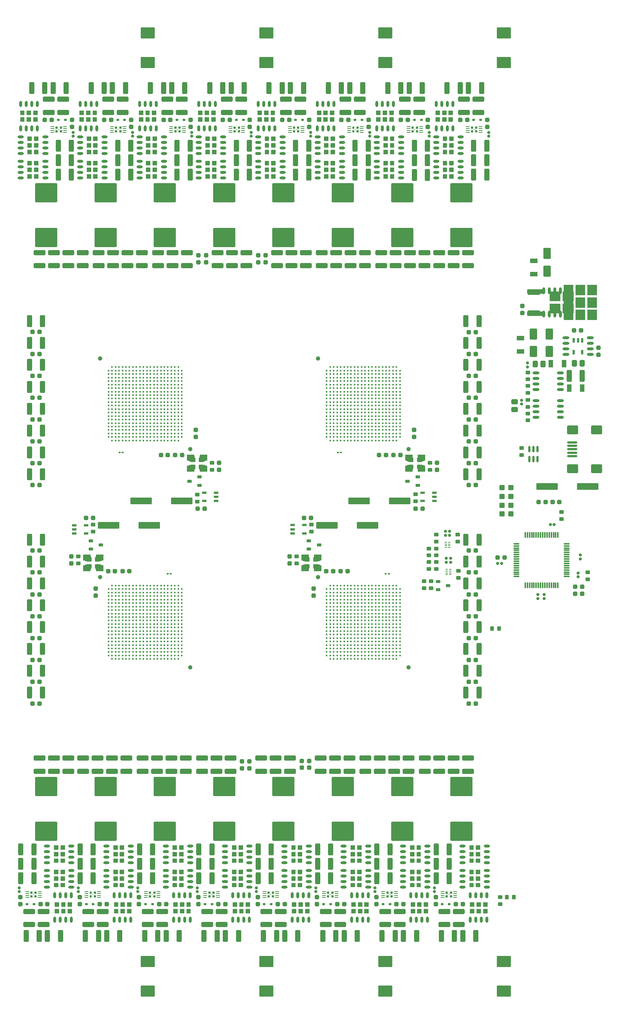
<source format=gtp>
%FSLAX25Y25*%
%MOIN*%
G70*
G01*
G75*
G04 Layer_Color=8421504*
%ADD10R,0.02165X0.00787*%
G04:AMPARAMS|DCode=11|XSize=68.9mil|YSize=55.12mil|CornerRadius=7.99mil|HoleSize=0mil|Usage=FLASHONLY|Rotation=0.000|XOffset=0mil|YOffset=0mil|HoleType=Round|Shape=RoundedRectangle|*
%AMROUNDEDRECTD11*
21,1,0.06890,0.03913,0,0,0.0*
21,1,0.05291,0.05512,0,0,0.0*
1,1,0.01598,0.02646,-0.01957*
1,1,0.01598,-0.02646,-0.01957*
1,1,0.01598,-0.02646,0.01957*
1,1,0.01598,0.02646,0.01957*
%
%ADD11ROUNDEDRECTD11*%
G04:AMPARAMS|DCode=12|XSize=55.12mil|YSize=47.24mil|CornerRadius=7.8mil|HoleSize=0mil|Usage=FLASHONLY|Rotation=0.000|XOffset=0mil|YOffset=0mil|HoleType=Round|Shape=RoundedRectangle|*
%AMROUNDEDRECTD12*
21,1,0.05512,0.03165,0,0,0.0*
21,1,0.03953,0.04724,0,0,0.0*
1,1,0.01559,0.01976,-0.01583*
1,1,0.01559,-0.01976,-0.01583*
1,1,0.01559,-0.01976,0.01583*
1,1,0.01559,0.01976,0.01583*
%
%ADD12ROUNDEDRECTD12*%
G04:AMPARAMS|DCode=13|XSize=45.28mil|YSize=41.34mil|CornerRadius=7.85mil|HoleSize=0mil|Usage=FLASHONLY|Rotation=0.000|XOffset=0mil|YOffset=0mil|HoleType=Round|Shape=RoundedRectangle|*
%AMROUNDEDRECTD13*
21,1,0.04528,0.02563,0,0,0.0*
21,1,0.02957,0.04134,0,0,0.0*
1,1,0.01571,0.01478,-0.01282*
1,1,0.01571,-0.01478,-0.01282*
1,1,0.01571,-0.01478,0.01282*
1,1,0.01571,0.01478,0.01282*
%
%ADD13ROUNDEDRECTD13*%
G04:AMPARAMS|DCode=14|XSize=200.79mil|YSize=171.26mil|CornerRadius=7.71mil|HoleSize=0mil|Usage=FLASHONLY|Rotation=180.000|XOffset=0mil|YOffset=0mil|HoleType=Round|Shape=RoundedRectangle|*
%AMROUNDEDRECTD14*
21,1,0.20079,0.15585,0,0,180.0*
21,1,0.18537,0.17126,0,0,180.0*
1,1,0.01541,-0.09269,0.07792*
1,1,0.01541,0.09269,0.07792*
1,1,0.01541,0.09269,-0.07792*
1,1,0.01541,-0.09269,-0.07792*
%
%ADD14ROUNDEDRECTD14*%
%ADD15C,0.03937*%
%ADD16C,0.01772*%
G04:AMPARAMS|DCode=17|XSize=57.09mil|YSize=19.69mil|CornerRadius=7.87mil|HoleSize=0mil|Usage=FLASHONLY|Rotation=270.000|XOffset=0mil|YOffset=0mil|HoleType=Round|Shape=RoundedRectangle|*
%AMROUNDEDRECTD17*
21,1,0.05709,0.00394,0,0,270.0*
21,1,0.04134,0.01969,0,0,270.0*
1,1,0.01575,-0.00197,-0.02067*
1,1,0.01575,-0.00197,0.02067*
1,1,0.01575,0.00197,0.02067*
1,1,0.01575,0.00197,-0.02067*
%
%ADD17ROUNDEDRECTD17*%
%ADD18O,0.05906X0.01181*%
%ADD19O,0.01181X0.05906*%
G04:AMPARAMS|DCode=20|XSize=90.55mil|YSize=19.69mil|CornerRadius=7.87mil|HoleSize=0mil|Usage=FLASHONLY|Rotation=180.000|XOffset=0mil|YOffset=0mil|HoleType=Round|Shape=RoundedRectangle|*
%AMROUNDEDRECTD20*
21,1,0.09055,0.00394,0,0,180.0*
21,1,0.07480,0.01969,0,0,180.0*
1,1,0.01575,-0.03740,0.00197*
1,1,0.01575,0.03740,0.00197*
1,1,0.01575,0.03740,-0.00197*
1,1,0.01575,-0.03740,-0.00197*
%
%ADD20ROUNDEDRECTD20*%
G04:AMPARAMS|DCode=21|XSize=98.43mil|YSize=78.74mil|CornerRadius=7.87mil|HoleSize=0mil|Usage=FLASHONLY|Rotation=180.000|XOffset=0mil|YOffset=0mil|HoleType=Round|Shape=RoundedRectangle|*
%AMROUNDEDRECTD21*
21,1,0.09843,0.06299,0,0,180.0*
21,1,0.08268,0.07874,0,0,180.0*
1,1,0.01575,-0.04134,0.03150*
1,1,0.01575,0.04134,0.03150*
1,1,0.01575,0.04134,-0.03150*
1,1,0.01575,-0.04134,-0.03150*
%
%ADD21ROUNDEDRECTD21*%
G04:AMPARAMS|DCode=22|XSize=41.34mil|YSize=25.59mil|CornerRadius=7.93mil|HoleSize=0mil|Usage=FLASHONLY|Rotation=180.000|XOffset=0mil|YOffset=0mil|HoleType=Round|Shape=RoundedRectangle|*
%AMROUNDEDRECTD22*
21,1,0.04134,0.00972,0,0,180.0*
21,1,0.02547,0.02559,0,0,180.0*
1,1,0.01587,-0.01274,0.00486*
1,1,0.01587,0.01274,0.00486*
1,1,0.01587,0.01274,-0.00486*
1,1,0.01587,-0.01274,-0.00486*
%
%ADD22ROUNDEDRECTD22*%
G04:AMPARAMS|DCode=23|XSize=192.91mil|YSize=62.99mil|CornerRadius=7.87mil|HoleSize=0mil|Usage=FLASHONLY|Rotation=180.000|XOffset=0mil|YOffset=0mil|HoleType=Round|Shape=RoundedRectangle|*
%AMROUNDEDRECTD23*
21,1,0.19291,0.04724,0,0,180.0*
21,1,0.17716,0.06299,0,0,180.0*
1,1,0.01575,-0.08858,0.02362*
1,1,0.01575,0.08858,0.02362*
1,1,0.01575,0.08858,-0.02362*
1,1,0.01575,-0.08858,-0.02362*
%
%ADD23ROUNDEDRECTD23*%
G04:AMPARAMS|DCode=24|XSize=112.21mil|YSize=39.37mil|CornerRadius=7.87mil|HoleSize=0mil|Usage=FLASHONLY|Rotation=0.000|XOffset=0mil|YOffset=0mil|HoleType=Round|Shape=RoundedRectangle|*
%AMROUNDEDRECTD24*
21,1,0.11221,0.02362,0,0,0.0*
21,1,0.09646,0.03937,0,0,0.0*
1,1,0.01575,0.04823,-0.01181*
1,1,0.01575,-0.04823,-0.01181*
1,1,0.01575,-0.04823,0.01181*
1,1,0.01575,0.04823,0.01181*
%
%ADD24ROUNDEDRECTD24*%
G04:AMPARAMS|DCode=25|XSize=253.94mil|YSize=236.22mil|CornerRadius=8.27mil|HoleSize=0mil|Usage=FLASHONLY|Rotation=0.000|XOffset=0mil|YOffset=0mil|HoleType=Round|Shape=RoundedRectangle|*
%AMROUNDEDRECTD25*
21,1,0.25394,0.21968,0,0,0.0*
21,1,0.23740,0.23622,0,0,0.0*
1,1,0.01654,0.11870,-0.10984*
1,1,0.01654,-0.11870,-0.10984*
1,1,0.01654,-0.11870,0.10984*
1,1,0.01654,0.11870,0.10984*
%
%ADD25ROUNDEDRECTD25*%
G04:AMPARAMS|DCode=26|XSize=358.27mil|YSize=340.55mil|CornerRadius=8.51mil|HoleSize=0mil|Usage=FLASHONLY|Rotation=90.000|XOffset=0mil|YOffset=0mil|HoleType=Round|Shape=RoundedRectangle|*
%AMROUNDEDRECTD26*
21,1,0.35827,0.32352,0,0,90.0*
21,1,0.34124,0.34055,0,0,90.0*
1,1,0.01703,0.16176,0.17062*
1,1,0.01703,0.16176,-0.17062*
1,1,0.01703,-0.16176,-0.17062*
1,1,0.01703,-0.16176,0.17062*
%
%ADD26ROUNDEDRECTD26*%
G04:AMPARAMS|DCode=27|XSize=147.64mil|YSize=41.34mil|CornerRadius=7.85mil|HoleSize=0mil|Usage=FLASHONLY|Rotation=0.000|XOffset=0mil|YOffset=0mil|HoleType=Round|Shape=RoundedRectangle|*
%AMROUNDEDRECTD27*
21,1,0.14764,0.02563,0,0,0.0*
21,1,0.13193,0.04134,0,0,0.0*
1,1,0.01571,0.06597,-0.01282*
1,1,0.01571,-0.06597,-0.01282*
1,1,0.01571,-0.06597,0.01282*
1,1,0.01571,0.06597,0.01282*
%
%ADD27ROUNDEDRECTD27*%
%ADD28C,0.00787*%
%ADD29O,0.03347X0.00984*%
%ADD30O,0.05512X0.02362*%
%ADD31O,0.02362X0.05512*%
%ADD32O,0.06102X0.02362*%
%ADD33O,0.02362X0.06102*%
G04:AMPARAMS|DCode=34|XSize=25.59mil|YSize=19.69mil|CornerRadius=7.87mil|HoleSize=0mil|Usage=FLASHONLY|Rotation=0.000|XOffset=0mil|YOffset=0mil|HoleType=Round|Shape=RoundedRectangle|*
%AMROUNDEDRECTD34*
21,1,0.02559,0.00394,0,0,0.0*
21,1,0.00984,0.01969,0,0,0.0*
1,1,0.01575,0.00492,-0.00197*
1,1,0.01575,-0.00492,-0.00197*
1,1,0.01575,-0.00492,0.00197*
1,1,0.01575,0.00492,0.00197*
%
%ADD34ROUNDEDRECTD34*%
G04:AMPARAMS|DCode=35|XSize=106.3mil|YSize=45.28mil|CornerRadius=7.92mil|HoleSize=0mil|Usage=FLASHONLY|Rotation=0.000|XOffset=0mil|YOffset=0mil|HoleType=Round|Shape=RoundedRectangle|*
%AMROUNDEDRECTD35*
21,1,0.10630,0.02943,0,0,0.0*
21,1,0.09045,0.04528,0,0,0.0*
1,1,0.01585,0.04523,-0.01472*
1,1,0.01585,-0.04523,-0.01472*
1,1,0.01585,-0.04523,0.01472*
1,1,0.01585,0.04523,0.01472*
%
%ADD35ROUNDEDRECTD35*%
G04:AMPARAMS|DCode=36|XSize=106.3mil|YSize=45.28mil|CornerRadius=7.92mil|HoleSize=0mil|Usage=FLASHONLY|Rotation=270.000|XOffset=0mil|YOffset=0mil|HoleType=Round|Shape=RoundedRectangle|*
%AMROUNDEDRECTD36*
21,1,0.10630,0.02943,0,0,270.0*
21,1,0.09045,0.04528,0,0,270.0*
1,1,0.01585,-0.01472,-0.04523*
1,1,0.01585,-0.01472,0.04523*
1,1,0.01585,0.01472,0.04523*
1,1,0.01585,0.01472,-0.04523*
%
%ADD36ROUNDEDRECTD36*%
G04:AMPARAMS|DCode=37|XSize=57.09mil|YSize=45.28mil|CornerRadius=7.92mil|HoleSize=0mil|Usage=FLASHONLY|Rotation=0.000|XOffset=0mil|YOffset=0mil|HoleType=Round|Shape=RoundedRectangle|*
%AMROUNDEDRECTD37*
21,1,0.05709,0.02943,0,0,0.0*
21,1,0.04124,0.04528,0,0,0.0*
1,1,0.01585,0.02062,-0.01472*
1,1,0.01585,-0.02062,-0.01472*
1,1,0.01585,-0.02062,0.01472*
1,1,0.01585,0.02062,0.01472*
%
%ADD37ROUNDEDRECTD37*%
G04:AMPARAMS|DCode=38|XSize=57.09mil|YSize=45.28mil|CornerRadius=7.92mil|HoleSize=0mil|Usage=FLASHONLY|Rotation=90.000|XOffset=0mil|YOffset=0mil|HoleType=Round|Shape=RoundedRectangle|*
%AMROUNDEDRECTD38*
21,1,0.05709,0.02943,0,0,90.0*
21,1,0.04124,0.04528,0,0,90.0*
1,1,0.01585,0.01472,0.02062*
1,1,0.01585,0.01472,-0.02062*
1,1,0.01585,-0.01472,-0.02062*
1,1,0.01585,-0.01472,0.02062*
%
%ADD38ROUNDEDRECTD38*%
G04:AMPARAMS|DCode=39|XSize=68.9mil|YSize=41.34mil|CornerRadius=7.85mil|HoleSize=0mil|Usage=FLASHONLY|Rotation=270.000|XOffset=0mil|YOffset=0mil|HoleType=Round|Shape=RoundedRectangle|*
%AMROUNDEDRECTD39*
21,1,0.06890,0.02563,0,0,270.0*
21,1,0.05319,0.04134,0,0,270.0*
1,1,0.01571,-0.01282,-0.02660*
1,1,0.01571,-0.01282,0.02660*
1,1,0.01571,0.01282,0.02660*
1,1,0.01571,0.01282,-0.02660*
%
%ADD39ROUNDEDRECTD39*%
G04:AMPARAMS|DCode=40|XSize=68.9mil|YSize=41.34mil|CornerRadius=7.85mil|HoleSize=0mil|Usage=FLASHONLY|Rotation=180.000|XOffset=0mil|YOffset=0mil|HoleType=Round|Shape=RoundedRectangle|*
%AMROUNDEDRECTD40*
21,1,0.06890,0.02563,0,0,180.0*
21,1,0.05319,0.04134,0,0,180.0*
1,1,0.01571,-0.02660,0.01282*
1,1,0.01571,0.02660,0.01282*
1,1,0.01571,0.02660,-0.01282*
1,1,0.01571,-0.02660,-0.01282*
%
%ADD40ROUNDEDRECTD40*%
G04:AMPARAMS|DCode=41|XSize=47.24mil|YSize=47.24mil|CornerRadius=7.8mil|HoleSize=0mil|Usage=FLASHONLY|Rotation=0.000|XOffset=0mil|YOffset=0mil|HoleType=Round|Shape=RoundedRectangle|*
%AMROUNDEDRECTD41*
21,1,0.04724,0.03165,0,0,0.0*
21,1,0.03165,0.04724,0,0,0.0*
1,1,0.01559,0.01583,-0.01583*
1,1,0.01559,-0.01583,-0.01583*
1,1,0.01559,-0.01583,0.01583*
1,1,0.01559,0.01583,0.01583*
%
%ADD41ROUNDEDRECTD41*%
G04:AMPARAMS|DCode=42|XSize=39.37mil|YSize=35.43mil|CornerRadius=7.8mil|HoleSize=0mil|Usage=FLASHONLY|Rotation=0.000|XOffset=0mil|YOffset=0mil|HoleType=Round|Shape=RoundedRectangle|*
%AMROUNDEDRECTD42*
21,1,0.03937,0.01984,0,0,0.0*
21,1,0.02378,0.03543,0,0,0.0*
1,1,0.01559,0.01189,-0.00992*
1,1,0.01559,-0.01189,-0.00992*
1,1,0.01559,-0.01189,0.00992*
1,1,0.01559,0.01189,0.00992*
%
%ADD42ROUNDEDRECTD42*%
G04:AMPARAMS|DCode=43|XSize=39.37mil|YSize=35.43mil|CornerRadius=7.8mil|HoleSize=0mil|Usage=FLASHONLY|Rotation=270.000|XOffset=0mil|YOffset=0mil|HoleType=Round|Shape=RoundedRectangle|*
%AMROUNDEDRECTD43*
21,1,0.03937,0.01984,0,0,270.0*
21,1,0.02378,0.03543,0,0,270.0*
1,1,0.01559,-0.00992,-0.01189*
1,1,0.01559,-0.00992,0.01189*
1,1,0.01559,0.00992,0.01189*
1,1,0.01559,0.00992,-0.01189*
%
%ADD43ROUNDEDRECTD43*%
G04:AMPARAMS|DCode=44|XSize=39.37mil|YSize=37.4mil|CornerRadius=7.85mil|HoleSize=0mil|Usage=FLASHONLY|Rotation=270.000|XOffset=0mil|YOffset=0mil|HoleType=Round|Shape=RoundedRectangle|*
%AMROUNDEDRECTD44*
21,1,0.03937,0.02169,0,0,270.0*
21,1,0.02366,0.03740,0,0,270.0*
1,1,0.01571,-0.01085,-0.01183*
1,1,0.01571,-0.01085,0.01183*
1,1,0.01571,0.01085,0.01183*
1,1,0.01571,0.01085,-0.01183*
%
%ADD44ROUNDEDRECTD44*%
G04:AMPARAMS|DCode=45|XSize=39.37mil|YSize=37.4mil|CornerRadius=7.85mil|HoleSize=0mil|Usage=FLASHONLY|Rotation=0.000|XOffset=0mil|YOffset=0mil|HoleType=Round|Shape=RoundedRectangle|*
%AMROUNDEDRECTD45*
21,1,0.03937,0.02169,0,0,0.0*
21,1,0.02366,0.03740,0,0,0.0*
1,1,0.01571,0.01183,-0.01085*
1,1,0.01571,-0.01183,-0.01085*
1,1,0.01571,-0.01183,0.01085*
1,1,0.01571,0.01183,0.01085*
%
%ADD45ROUNDEDRECTD45*%
G04:AMPARAMS|DCode=46|XSize=24.41mil|YSize=24.41mil|CornerRadius=5.86mil|HoleSize=0mil|Usage=FLASHONLY|Rotation=0.000|XOffset=0mil|YOffset=0mil|HoleType=Round|Shape=RoundedRectangle|*
%AMROUNDEDRECTD46*
21,1,0.02441,0.01269,0,0,0.0*
21,1,0.01269,0.02441,0,0,0.0*
1,1,0.01172,0.00635,-0.00635*
1,1,0.01172,-0.00635,-0.00635*
1,1,0.01172,-0.00635,0.00635*
1,1,0.01172,0.00635,0.00635*
%
%ADD46ROUNDEDRECTD46*%
G04:AMPARAMS|DCode=47|XSize=24.41mil|YSize=24.41mil|CornerRadius=5.86mil|HoleSize=0mil|Usage=FLASHONLY|Rotation=270.000|XOffset=0mil|YOffset=0mil|HoleType=Round|Shape=RoundedRectangle|*
%AMROUNDEDRECTD47*
21,1,0.02441,0.01269,0,0,270.0*
21,1,0.01269,0.02441,0,0,270.0*
1,1,0.01172,-0.00635,-0.00635*
1,1,0.01172,-0.00635,0.00635*
1,1,0.01172,0.00635,0.00635*
1,1,0.01172,0.00635,-0.00635*
%
%ADD47ROUNDEDRECTD47*%
G04:AMPARAMS|DCode=48|XSize=17.32mil|YSize=16.54mil|CornerRadius=3.97mil|HoleSize=0mil|Usage=FLASHONLY|Rotation=0.000|XOffset=0mil|YOffset=0mil|HoleType=Round|Shape=RoundedRectangle|*
%AMROUNDEDRECTD48*
21,1,0.01732,0.00860,0,0,0.0*
21,1,0.00939,0.01654,0,0,0.0*
1,1,0.00794,0.00469,-0.00430*
1,1,0.00794,-0.00469,-0.00430*
1,1,0.00794,-0.00469,0.00430*
1,1,0.00794,0.00469,0.00430*
%
%ADD48ROUNDEDRECTD48*%
G04:AMPARAMS|DCode=49|XSize=43.31mil|YSize=21.65mil|CornerRadius=7.9mil|HoleSize=0mil|Usage=FLASHONLY|Rotation=270.000|XOffset=0mil|YOffset=0mil|HoleType=Round|Shape=RoundedRectangle|*
%AMROUNDEDRECTD49*
21,1,0.04331,0.00585,0,0,270.0*
21,1,0.02750,0.02165,0,0,270.0*
1,1,0.01581,-0.00292,-0.01375*
1,1,0.01581,-0.00292,0.01375*
1,1,0.01581,0.00292,0.01375*
1,1,0.01581,0.00292,-0.01375*
%
%ADD49ROUNDEDRECTD49*%
G04:AMPARAMS|DCode=50|XSize=43.31mil|YSize=21.65mil|CornerRadius=7.9mil|HoleSize=0mil|Usage=FLASHONLY|Rotation=180.000|XOffset=0mil|YOffset=0mil|HoleType=Round|Shape=RoundedRectangle|*
%AMROUNDEDRECTD50*
21,1,0.04331,0.00585,0,0,180.0*
21,1,0.02750,0.02165,0,0,180.0*
1,1,0.01581,-0.01375,0.00292*
1,1,0.01581,0.01375,0.00292*
1,1,0.01581,0.01375,-0.00292*
1,1,0.01581,-0.01375,-0.00292*
%
%ADD50ROUNDEDRECTD50*%
G04:AMPARAMS|DCode=51|XSize=129.92mil|YSize=98.43mil|CornerRadius=7.87mil|HoleSize=0mil|Usage=FLASHONLY|Rotation=0.000|XOffset=0mil|YOffset=0mil|HoleType=Round|Shape=RoundedRectangle|*
%AMROUNDEDRECTD51*
21,1,0.12992,0.08268,0,0,0.0*
21,1,0.11417,0.09843,0,0,0.0*
1,1,0.01575,0.05709,-0.04134*
1,1,0.01575,-0.05709,-0.04134*
1,1,0.01575,-0.05709,0.04134*
1,1,0.01575,0.05709,0.04134*
%
%ADD51ROUNDEDRECTD51*%
G04:AMPARAMS|DCode=52|XSize=98.43mil|YSize=66.93mil|CornerRadius=8.03mil|HoleSize=0mil|Usage=FLASHONLY|Rotation=90.000|XOffset=0mil|YOffset=0mil|HoleType=Round|Shape=RoundedRectangle|*
%AMROUNDEDRECTD52*
21,1,0.09843,0.05087,0,0,90.0*
21,1,0.08236,0.06693,0,0,90.0*
1,1,0.01606,0.02543,0.04118*
1,1,0.01606,0.02543,-0.04118*
1,1,0.01606,-0.02543,-0.04118*
1,1,0.01606,-0.02543,0.04118*
%
%ADD52ROUNDEDRECTD52*%
%ADD53C,0.01969*%
%ADD54C,0.00984*%
%ADD55C,0.01181*%
%ADD56C,0.00787*%
%ADD57C,0.03937*%
%ADD58C,0.00591*%
%ADD59C,0.00512*%
%ADD60C,0.01969*%
%ADD61C,0.07284*%
%ADD62C,0.09843*%
%ADD63C,0.07480*%
%ADD64C,0.27559*%
%ADD65C,0.02362*%
%ADD66C,0.00394*%
%ADD67C,0.00197*%
%ADD68C,0.19685*%
%ADD69C,0.00098*%
%ADD70C,0.00167*%
%ADD71C,0.00148*%
%ADD72C,0.00000*%
G36*
X253937Y115551D02*
X250000D01*
Y119488D01*
X253937D01*
Y115551D01*
D02*
G37*
G36*
X206299D02*
X202362D01*
Y119488D01*
X206299D01*
Y115551D01*
D02*
G37*
G36*
X259842D02*
X255906D01*
Y119488D01*
X259842D01*
Y115551D01*
D02*
G37*
G36*
X313386D02*
X309449D01*
Y119488D01*
X313386D01*
Y115551D01*
D02*
G37*
G36*
X307480D02*
X303543D01*
Y119488D01*
X307480D01*
Y115551D01*
D02*
G37*
G36*
X200394D02*
X196457D01*
Y119488D01*
X200394D01*
Y115551D01*
D02*
G37*
G36*
X93307D02*
X89370D01*
Y119488D01*
X93307D01*
Y115551D01*
D02*
G37*
G36*
X45669D02*
X41732D01*
Y119488D01*
X45669D01*
Y115551D01*
D02*
G37*
G36*
X99213D02*
X95276D01*
Y119488D01*
X99213D01*
Y115551D01*
D02*
G37*
G36*
X152756D02*
X148819D01*
Y119488D01*
X152756D01*
Y115551D01*
D02*
G37*
G36*
X146850D02*
X142913D01*
Y119488D01*
X146850D01*
Y115551D01*
D02*
G37*
G36*
X99213Y125787D02*
X95276D01*
Y129724D01*
X99213D01*
Y125787D01*
D02*
G37*
G36*
X93307D02*
X89370D01*
Y129724D01*
X93307D01*
Y125787D01*
D02*
G37*
G36*
X146850D02*
X142913D01*
Y129724D01*
X146850D01*
Y125787D01*
D02*
G37*
G36*
X200394D02*
X196457D01*
Y129724D01*
X200394D01*
Y125787D01*
D02*
G37*
G36*
X152756D02*
X148819D01*
Y129724D01*
X152756D01*
Y125787D01*
D02*
G37*
G36*
X45669D02*
X41732D01*
Y129724D01*
X45669D01*
Y125787D01*
D02*
G37*
G36*
X366929Y115551D02*
X362992D01*
Y119488D01*
X366929D01*
Y115551D01*
D02*
G37*
G36*
X361024D02*
X357087D01*
Y119488D01*
X361024D01*
Y115551D01*
D02*
G37*
G36*
X414567D02*
X410630D01*
Y119488D01*
X414567D01*
Y115551D01*
D02*
G37*
G36*
X39764Y125787D02*
X35827D01*
Y129724D01*
X39764D01*
Y125787D01*
D02*
G37*
G36*
X420472Y115551D02*
X416535D01*
Y119488D01*
X420472D01*
Y115551D01*
D02*
G37*
G36*
X39764D02*
X35827D01*
Y119488D01*
X39764D01*
Y115551D01*
D02*
G37*
G36*
X45669Y109646D02*
X41732D01*
Y113583D01*
X45669D01*
Y109646D01*
D02*
G37*
G36*
X39764D02*
X35827D01*
Y113583D01*
X39764D01*
Y109646D01*
D02*
G37*
G36*
X93307D02*
X89370D01*
Y113583D01*
X93307D01*
Y109646D01*
D02*
G37*
G36*
X146850D02*
X142913D01*
Y113583D01*
X146850D01*
Y109646D01*
D02*
G37*
G36*
X99213D02*
X95276D01*
Y113583D01*
X99213D01*
Y109646D01*
D02*
G37*
G36*
X420472Y103740D02*
X416535D01*
Y107677D01*
X420472D01*
Y103740D01*
D02*
G37*
G36*
X313386D02*
X309449D01*
Y107677D01*
X313386D01*
Y103740D01*
D02*
G37*
G36*
X307480D02*
X303543D01*
Y107677D01*
X307480D01*
Y103740D01*
D02*
G37*
G36*
X361024D02*
X357087D01*
Y107677D01*
X361024D01*
Y103740D01*
D02*
G37*
G36*
X414567D02*
X410630D01*
Y107677D01*
X414567D01*
Y103740D01*
D02*
G37*
G36*
X366929D02*
X362992D01*
Y107677D01*
X366929D01*
Y103740D01*
D02*
G37*
G36*
X361024Y109646D02*
X357087D01*
Y113583D01*
X361024D01*
Y109646D01*
D02*
G37*
G36*
X313386D02*
X309449D01*
Y113583D01*
X313386D01*
Y109646D01*
D02*
G37*
G36*
X366929D02*
X362992D01*
Y113583D01*
X366929D01*
Y109646D01*
D02*
G37*
G36*
X420472D02*
X416535D01*
Y113583D01*
X420472D01*
Y109646D01*
D02*
G37*
G36*
X414567D02*
X410630D01*
Y113583D01*
X414567D01*
Y109646D01*
D02*
G37*
G36*
X307480D02*
X303543D01*
Y113583D01*
X307480D01*
Y109646D01*
D02*
G37*
G36*
X200394D02*
X196457D01*
Y113583D01*
X200394D01*
Y109646D01*
D02*
G37*
G36*
X152756D02*
X148819D01*
Y113583D01*
X152756D01*
Y109646D01*
D02*
G37*
G36*
X206299D02*
X202362D01*
Y113583D01*
X206299D01*
Y109646D01*
D02*
G37*
G36*
X259842D02*
X255906D01*
Y113583D01*
X259842D01*
Y109646D01*
D02*
G37*
G36*
X253937D02*
X250000D01*
Y113583D01*
X253937D01*
Y109646D01*
D02*
G37*
G36*
X152756Y137598D02*
X148819D01*
Y141535D01*
X152756D01*
Y137598D01*
D02*
G37*
G36*
X146850D02*
X142913D01*
Y141535D01*
X146850D01*
Y137598D01*
D02*
G37*
G36*
X200394D02*
X196457D01*
Y141535D01*
X200394D01*
Y137598D01*
D02*
G37*
G36*
X253937D02*
X250000D01*
Y141535D01*
X253937D01*
Y137598D01*
D02*
G37*
G36*
X206299D02*
X202362D01*
Y141535D01*
X206299D01*
Y137598D01*
D02*
G37*
G36*
X99213D02*
X95276D01*
Y141535D01*
X99213D01*
Y137598D01*
D02*
G37*
G36*
X420472Y131693D02*
X416535D01*
Y135630D01*
X420472D01*
Y131693D01*
D02*
G37*
G36*
X414567D02*
X410630D01*
Y135630D01*
X414567D01*
Y131693D01*
D02*
G37*
G36*
X39764Y137598D02*
X35827D01*
Y141535D01*
X39764D01*
Y137598D01*
D02*
G37*
G36*
X93307D02*
X89370D01*
Y141535D01*
X93307D01*
Y137598D01*
D02*
G37*
G36*
X45669D02*
X41732D01*
Y141535D01*
X45669D01*
Y137598D01*
D02*
G37*
G36*
X504488Y640551D02*
X504724D01*
Y631890D01*
X504488D01*
Y629528D01*
X504724D01*
Y620866D01*
X504488D01*
Y614803D01*
X495748D01*
Y620866D01*
X494882D01*
Y629528D01*
X495748D01*
Y631890D01*
X494882D01*
Y640551D01*
X495748D01*
Y646614D01*
X504488D01*
Y640551D01*
D02*
G37*
G36*
X420472Y137598D02*
X416535D01*
Y141535D01*
X420472D01*
Y137598D01*
D02*
G37*
G36*
X515197Y614803D02*
X506457D01*
Y624094D01*
X515197D01*
Y614803D01*
D02*
G37*
G36*
X492913Y620866D02*
X483071D01*
Y629528D01*
X492913D01*
Y620866D01*
D02*
G37*
G36*
X525906Y614803D02*
X517165D01*
Y624094D01*
X525906D01*
Y614803D01*
D02*
G37*
G36*
X414567Y137598D02*
X410630D01*
Y141535D01*
X414567D01*
Y137598D01*
D02*
G37*
G36*
X307480D02*
X303543D01*
Y141535D01*
X307480D01*
Y137598D01*
D02*
G37*
G36*
X259842D02*
X255906D01*
Y141535D01*
X259842D01*
Y137598D01*
D02*
G37*
G36*
X313386D02*
X309449D01*
Y141535D01*
X313386D01*
Y137598D01*
D02*
G37*
G36*
X366929D02*
X362992D01*
Y141535D01*
X366929D01*
Y137598D01*
D02*
G37*
G36*
X361024D02*
X357087D01*
Y141535D01*
X361024D01*
Y137598D01*
D02*
G37*
G36*
X366929Y131693D02*
X362992D01*
Y135630D01*
X366929D01*
Y131693D01*
D02*
G37*
G36*
X414567Y125787D02*
X410630D01*
Y129724D01*
X414567D01*
Y125787D01*
D02*
G37*
G36*
X366929D02*
X362992D01*
Y129724D01*
X366929D01*
Y125787D01*
D02*
G37*
G36*
X420472D02*
X416535D01*
Y129724D01*
X420472D01*
Y125787D01*
D02*
G37*
G36*
X45669Y131693D02*
X41732D01*
Y135630D01*
X45669D01*
Y131693D01*
D02*
G37*
G36*
X39764D02*
X35827D01*
Y135630D01*
X39764D01*
Y131693D01*
D02*
G37*
G36*
X361024Y125787D02*
X357087D01*
Y129724D01*
X361024D01*
Y125787D01*
D02*
G37*
G36*
X253937D02*
X250000D01*
Y129724D01*
X253937D01*
Y125787D01*
D02*
G37*
G36*
X206299D02*
X202362D01*
Y129724D01*
X206299D01*
Y125787D01*
D02*
G37*
G36*
X259842D02*
X255906D01*
Y129724D01*
X259842D01*
Y125787D01*
D02*
G37*
G36*
X313386D02*
X309449D01*
Y129724D01*
X313386D01*
Y125787D01*
D02*
G37*
G36*
X307480D02*
X303543D01*
Y129724D01*
X307480D01*
Y125787D01*
D02*
G37*
G36*
X259842Y131693D02*
X255906D01*
Y135630D01*
X259842D01*
Y131693D01*
D02*
G37*
G36*
X253937D02*
X250000D01*
Y135630D01*
X253937D01*
Y131693D01*
D02*
G37*
G36*
X307480D02*
X303543D01*
Y135630D01*
X307480D01*
Y131693D01*
D02*
G37*
G36*
X361024D02*
X357087D01*
Y135630D01*
X361024D01*
Y131693D01*
D02*
G37*
G36*
X313386D02*
X309449D01*
Y135630D01*
X313386D01*
Y131693D01*
D02*
G37*
G36*
X206299D02*
X202362D01*
Y135630D01*
X206299D01*
Y131693D01*
D02*
G37*
G36*
X99213D02*
X95276D01*
Y135630D01*
X99213D01*
Y131693D01*
D02*
G37*
G36*
X93307D02*
X89370D01*
Y135630D01*
X93307D01*
Y131693D01*
D02*
G37*
G36*
X146850D02*
X142913D01*
Y135630D01*
X146850D01*
Y131693D01*
D02*
G37*
G36*
X200394D02*
X196457D01*
Y135630D01*
X200394D01*
Y131693D01*
D02*
G37*
G36*
X152756D02*
X148819D01*
Y135630D01*
X152756D01*
Y131693D01*
D02*
G37*
G36*
X147441Y86221D02*
X143504D01*
Y90158D01*
X147441D01*
Y86221D01*
D02*
G37*
G36*
X105709D02*
X101772D01*
Y90158D01*
X105709D01*
Y86221D01*
D02*
G37*
G36*
X153347D02*
X149409D01*
Y90158D01*
X153347D01*
Y86221D01*
D02*
G37*
G36*
X200984D02*
X197047D01*
Y90158D01*
X200984D01*
Y86221D01*
D02*
G37*
G36*
X159252D02*
X155315D01*
Y90158D01*
X159252D01*
Y86221D01*
D02*
G37*
G36*
X99803D02*
X95866D01*
Y90158D01*
X99803D01*
Y86221D01*
D02*
G37*
G36*
X40354D02*
X36417D01*
Y90158D01*
X40354D01*
Y86221D01*
D02*
G37*
G36*
X426968Y80315D02*
X423032D01*
Y84252D01*
X426968D01*
Y80315D01*
D02*
G37*
G36*
X46260Y86221D02*
X42323D01*
Y90158D01*
X46260D01*
Y86221D01*
D02*
G37*
G36*
X93898D02*
X89961D01*
Y90158D01*
X93898D01*
Y86221D01*
D02*
G37*
G36*
X52165D02*
X48228D01*
Y90158D01*
X52165D01*
Y86221D01*
D02*
G37*
G36*
X319882D02*
X315945D01*
Y90158D01*
X319882D01*
Y86221D01*
D02*
G37*
G36*
X313976D02*
X310039D01*
Y90158D01*
X313976D01*
Y86221D01*
D02*
G37*
G36*
X361614D02*
X357677D01*
Y90158D01*
X361614D01*
Y86221D01*
D02*
G37*
G36*
X373425D02*
X369488D01*
Y90158D01*
X373425D01*
Y86221D01*
D02*
G37*
G36*
X367520D02*
X363583D01*
Y90158D01*
X367520D01*
Y86221D01*
D02*
G37*
G36*
X308071D02*
X304134D01*
Y90158D01*
X308071D01*
Y86221D01*
D02*
G37*
G36*
X212795D02*
X208858D01*
Y90158D01*
X212795D01*
Y86221D01*
D02*
G37*
G36*
X206890D02*
X202953D01*
Y90158D01*
X206890D01*
Y86221D01*
D02*
G37*
G36*
X254528D02*
X250590D01*
Y90158D01*
X254528D01*
Y86221D01*
D02*
G37*
G36*
X266339D02*
X262402D01*
Y90158D01*
X266339D01*
Y86221D01*
D02*
G37*
G36*
X260433D02*
X256496D01*
Y90158D01*
X260433D01*
Y86221D01*
D02*
G37*
G36*
X421063Y80315D02*
X417126D01*
Y84252D01*
X421063D01*
Y80315D01*
D02*
G37*
G36*
X153347D02*
X149409D01*
Y84252D01*
X153347D01*
Y80315D01*
D02*
G37*
G36*
X147441D02*
X143504D01*
Y84252D01*
X147441D01*
Y80315D01*
D02*
G37*
G36*
X159252D02*
X155315D01*
Y84252D01*
X159252D01*
Y80315D01*
D02*
G37*
G36*
X206890D02*
X202953D01*
Y84252D01*
X206890D01*
Y80315D01*
D02*
G37*
G36*
X200984D02*
X197047D01*
Y84252D01*
X200984D01*
Y80315D01*
D02*
G37*
G36*
X105709D02*
X101772D01*
Y84252D01*
X105709D01*
Y80315D01*
D02*
G37*
G36*
X46260D02*
X42323D01*
Y84252D01*
X46260D01*
Y80315D01*
D02*
G37*
G36*
X40354D02*
X36417D01*
Y84252D01*
X40354D01*
Y80315D01*
D02*
G37*
G36*
X52165D02*
X48228D01*
Y84252D01*
X52165D01*
Y80315D01*
D02*
G37*
G36*
X99803D02*
X95866D01*
Y84252D01*
X99803D01*
Y80315D01*
D02*
G37*
G36*
X93898D02*
X89961D01*
Y84252D01*
X93898D01*
Y80315D01*
D02*
G37*
G36*
X361614D02*
X357677D01*
Y84252D01*
X361614D01*
Y80315D01*
D02*
G37*
G36*
X319882D02*
X315945D01*
Y84252D01*
X319882D01*
Y80315D01*
D02*
G37*
G36*
X367520D02*
X363583D01*
Y84252D01*
X367520D01*
Y80315D01*
D02*
G37*
G36*
X415158D02*
X411221D01*
Y84252D01*
X415158D01*
Y80315D01*
D02*
G37*
G36*
X373425D02*
X369488D01*
Y84252D01*
X373425D01*
Y80315D01*
D02*
G37*
G36*
X313976D02*
X310039D01*
Y84252D01*
X313976D01*
Y80315D01*
D02*
G37*
G36*
X254528D02*
X250590D01*
Y84252D01*
X254528D01*
Y80315D01*
D02*
G37*
G36*
X212795D02*
X208858D01*
Y84252D01*
X212795D01*
Y80315D01*
D02*
G37*
G36*
X260433D02*
X256496D01*
Y84252D01*
X260433D01*
Y80315D01*
D02*
G37*
G36*
X308071D02*
X304134D01*
Y84252D01*
X308071D01*
Y80315D01*
D02*
G37*
G36*
X266339D02*
X262402D01*
Y84252D01*
X266339D01*
Y80315D01*
D02*
G37*
G36*
X287953Y97913D02*
X285984D01*
Y99882D01*
X287953D01*
Y97913D01*
D02*
G37*
G36*
X284095D02*
X282126D01*
Y99882D01*
X284095D01*
Y97913D01*
D02*
G37*
G36*
X337638D02*
X335669D01*
Y99882D01*
X337638D01*
Y97913D01*
D02*
G37*
G36*
X391181D02*
X389213D01*
Y99882D01*
X391181D01*
Y97913D01*
D02*
G37*
G36*
X341496D02*
X339528D01*
Y99882D01*
X341496D01*
Y97913D01*
D02*
G37*
G36*
X234409D02*
X232441D01*
Y99882D01*
X234409D01*
Y97913D01*
D02*
G37*
G36*
X127323D02*
X125354D01*
Y99882D01*
X127323D01*
Y97913D01*
D02*
G37*
G36*
X123465D02*
X121496D01*
Y99882D01*
X123465D01*
Y97913D01*
D02*
G37*
G36*
X177008D02*
X175039D01*
Y99882D01*
X177008D01*
Y97913D01*
D02*
G37*
G36*
X230551D02*
X228583D01*
Y99882D01*
X230551D01*
Y97913D01*
D02*
G37*
G36*
X180866D02*
X178898D01*
Y99882D01*
X180866D01*
Y97913D01*
D02*
G37*
G36*
X200394Y103740D02*
X196457D01*
Y107677D01*
X200394D01*
Y103740D01*
D02*
G37*
G36*
X152756D02*
X148819D01*
Y107677D01*
X152756D01*
Y103740D01*
D02*
G37*
G36*
X206299D02*
X202362D01*
Y107677D01*
X206299D01*
Y103740D01*
D02*
G37*
G36*
X259842D02*
X255906D01*
Y107677D01*
X259842D01*
Y103740D01*
D02*
G37*
G36*
X253937D02*
X250000D01*
Y107677D01*
X253937D01*
Y103740D01*
D02*
G37*
G36*
X146850D02*
X142913D01*
Y107677D01*
X146850D01*
Y103740D01*
D02*
G37*
G36*
X39764D02*
X35827D01*
Y107677D01*
X39764D01*
Y103740D01*
D02*
G37*
G36*
X395039Y97913D02*
X393071D01*
Y99882D01*
X395039D01*
Y97913D01*
D02*
G37*
G36*
X45669Y103740D02*
X41732D01*
Y107677D01*
X45669D01*
Y103740D01*
D02*
G37*
G36*
X99213D02*
X95276D01*
Y107677D01*
X99213D01*
Y103740D01*
D02*
G37*
G36*
X93307D02*
X89370D01*
Y107677D01*
X93307D01*
Y103740D01*
D02*
G37*
G36*
X73779Y97913D02*
X71811D01*
Y99882D01*
X73779D01*
Y97913D01*
D02*
G37*
G36*
X123465Y94606D02*
X121496D01*
Y96575D01*
X123465D01*
Y94606D01*
D02*
G37*
G36*
X73779D02*
X71811D01*
Y96575D01*
X73779D01*
Y94606D01*
D02*
G37*
G36*
X127323D02*
X125354D01*
Y96575D01*
X127323D01*
Y94606D01*
D02*
G37*
G36*
X180866D02*
X178898D01*
Y96575D01*
X180866D01*
Y94606D01*
D02*
G37*
G36*
X177008D02*
X175039D01*
Y96575D01*
X177008D01*
Y94606D01*
D02*
G37*
G36*
X69921D02*
X67953D01*
Y96575D01*
X69921D01*
Y94606D01*
D02*
G37*
G36*
X421063Y86221D02*
X417126D01*
Y90158D01*
X421063D01*
Y86221D01*
D02*
G37*
G36*
X415158D02*
X411221D01*
Y90158D01*
X415158D01*
Y86221D01*
D02*
G37*
G36*
X426968D02*
X423032D01*
Y90158D01*
X426968D01*
Y86221D01*
D02*
G37*
G36*
X20236Y94606D02*
X18268D01*
Y96575D01*
X20236D01*
Y94606D01*
D02*
G37*
G36*
X16378D02*
X14409D01*
Y96575D01*
X16378D01*
Y94606D01*
D02*
G37*
G36*
X395039D02*
X393071D01*
Y96575D01*
X395039D01*
Y94606D01*
D02*
G37*
G36*
X391181D02*
X389213D01*
Y96575D01*
X391181D01*
Y94606D01*
D02*
G37*
G36*
X16378Y97913D02*
X14409D01*
Y99882D01*
X16378D01*
Y97913D01*
D02*
G37*
G36*
X69921D02*
X67953D01*
Y99882D01*
X69921D01*
Y97913D01*
D02*
G37*
G36*
X20236D02*
X18268D01*
Y99882D01*
X20236D01*
Y97913D01*
D02*
G37*
G36*
X341496Y94606D02*
X339528D01*
Y96575D01*
X341496D01*
Y94606D01*
D02*
G37*
G36*
X234409D02*
X232441D01*
Y96575D01*
X234409D01*
Y94606D01*
D02*
G37*
G36*
X230551D02*
X228583D01*
Y96575D01*
X230551D01*
Y94606D01*
D02*
G37*
G36*
X284095D02*
X282126D01*
Y96575D01*
X284095D01*
Y94606D01*
D02*
G37*
G36*
X337638D02*
X335669D01*
Y96575D01*
X337638D01*
Y94606D01*
D02*
G37*
G36*
X287953D02*
X285984D01*
Y96575D01*
X287953D01*
Y94606D01*
D02*
G37*
G36*
X515197Y626063D02*
X506457D01*
Y635354D01*
X515197D01*
Y626063D01*
D02*
G37*
G36*
X146299Y787284D02*
X144331D01*
Y789252D01*
X146299D01*
Y787284D01*
D02*
G37*
G36*
X96614D02*
X94646D01*
Y789252D01*
X96614D01*
Y787284D01*
D02*
G37*
G36*
X150157D02*
X148189D01*
Y789252D01*
X150157D01*
Y787284D01*
D02*
G37*
G36*
X203701D02*
X201732D01*
Y789252D01*
X203701D01*
Y787284D01*
D02*
G37*
G36*
X199843D02*
X197874D01*
Y789252D01*
X199843D01*
Y787284D01*
D02*
G37*
G36*
X92756D02*
X90787D01*
Y789252D01*
X92756D01*
Y787284D01*
D02*
G37*
G36*
X414016Y783976D02*
X412047D01*
Y785945D01*
X414016D01*
Y783976D01*
D02*
G37*
G36*
X364331D02*
X362362D01*
Y785945D01*
X364331D01*
Y783976D01*
D02*
G37*
G36*
X417874D02*
X415906D01*
Y785945D01*
X417874D01*
Y783976D01*
D02*
G37*
G36*
X43071Y787284D02*
X41102D01*
Y789252D01*
X43071D01*
Y787284D01*
D02*
G37*
G36*
X39213D02*
X37244D01*
Y789252D01*
X39213D01*
Y787284D01*
D02*
G37*
G36*
X417874D02*
X415906D01*
Y789252D01*
X417874D01*
Y787284D01*
D02*
G37*
G36*
X414016D02*
X412047D01*
Y789252D01*
X414016D01*
Y787284D01*
D02*
G37*
G36*
X9252Y793701D02*
X5315D01*
Y797638D01*
X9252D01*
Y793701D01*
D02*
G37*
G36*
X21063D02*
X17126D01*
Y797638D01*
X21063D01*
Y793701D01*
D02*
G37*
G36*
X15157D02*
X11220D01*
Y797638D01*
X15157D01*
Y793701D01*
D02*
G37*
G36*
X364331Y787284D02*
X362362D01*
Y789252D01*
X364331D01*
Y787284D01*
D02*
G37*
G36*
X257244D02*
X255276D01*
Y789252D01*
X257244D01*
Y787284D01*
D02*
G37*
G36*
X253386D02*
X251417D01*
Y789252D01*
X253386D01*
Y787284D01*
D02*
G37*
G36*
X306929D02*
X304961D01*
Y789252D01*
X306929D01*
Y787284D01*
D02*
G37*
G36*
X360472D02*
X358504D01*
Y789252D01*
X360472D01*
Y787284D01*
D02*
G37*
G36*
X310787D02*
X308819D01*
Y789252D01*
X310787D01*
Y787284D01*
D02*
G37*
G36*
X360472Y783976D02*
X358504D01*
Y785945D01*
X360472D01*
Y783976D01*
D02*
G37*
G36*
X342913Y776181D02*
X338976D01*
Y780118D01*
X342913D01*
Y776181D01*
D02*
G37*
G36*
X337008D02*
X333071D01*
Y780118D01*
X337008D01*
Y776181D01*
D02*
G37*
G36*
X390551D02*
X386614D01*
Y780118D01*
X390551D01*
Y776181D01*
D02*
G37*
G36*
X39213Y783976D02*
X37244D01*
Y785945D01*
X39213D01*
Y783976D01*
D02*
G37*
G36*
X396457Y776181D02*
X392520D01*
Y780118D01*
X396457D01*
Y776181D01*
D02*
G37*
G36*
X289370D02*
X285433D01*
Y780118D01*
X289370D01*
Y776181D01*
D02*
G37*
G36*
X182283D02*
X178347D01*
Y780118D01*
X182283D01*
Y776181D01*
D02*
G37*
G36*
X176378D02*
X172441D01*
Y780118D01*
X176378D01*
Y776181D01*
D02*
G37*
G36*
X229921D02*
X225984D01*
Y780118D01*
X229921D01*
Y776181D01*
D02*
G37*
G36*
X283465D02*
X279528D01*
Y780118D01*
X283465D01*
Y776181D01*
D02*
G37*
G36*
X235827D02*
X231890D01*
Y780118D01*
X235827D01*
Y776181D01*
D02*
G37*
G36*
X253386Y783976D02*
X251417D01*
Y785945D01*
X253386D01*
Y783976D01*
D02*
G37*
G36*
X203701D02*
X201732D01*
Y785945D01*
X203701D01*
Y783976D01*
D02*
G37*
G36*
X257244D02*
X255276D01*
Y785945D01*
X257244D01*
Y783976D01*
D02*
G37*
G36*
X310787D02*
X308819D01*
Y785945D01*
X310787D01*
Y783976D01*
D02*
G37*
G36*
X306929D02*
X304961D01*
Y785945D01*
X306929D01*
Y783976D01*
D02*
G37*
G36*
X199843D02*
X197874D01*
Y785945D01*
X199843D01*
Y783976D01*
D02*
G37*
G36*
X92756D02*
X90787D01*
Y785945D01*
X92756D01*
Y783976D01*
D02*
G37*
G36*
X43071D02*
X41102D01*
Y785945D01*
X43071D01*
Y783976D01*
D02*
G37*
G36*
X96614D02*
X94646D01*
Y785945D01*
X96614D01*
Y783976D01*
D02*
G37*
G36*
X150157D02*
X148189D01*
Y785945D01*
X150157D01*
Y783976D01*
D02*
G37*
G36*
X146299D02*
X144331D01*
Y785945D01*
X146299D01*
Y783976D01*
D02*
G37*
G36*
X169882Y799606D02*
X165945D01*
Y803543D01*
X169882D01*
Y799606D01*
D02*
G37*
G36*
X128150D02*
X124213D01*
Y803543D01*
X128150D01*
Y799606D01*
D02*
G37*
G36*
X175787D02*
X171850D01*
Y803543D01*
X175787D01*
Y799606D01*
D02*
G37*
G36*
X223425D02*
X219488D01*
Y803543D01*
X223425D01*
Y799606D01*
D02*
G37*
G36*
X181693D02*
X177756D01*
Y803543D01*
X181693D01*
Y799606D01*
D02*
G37*
G36*
X122244D02*
X118307D01*
Y803543D01*
X122244D01*
Y799606D01*
D02*
G37*
G36*
X62795D02*
X58858D01*
Y803543D01*
X62795D01*
Y799606D01*
D02*
G37*
G36*
X21063D02*
X17126D01*
Y803543D01*
X21063D01*
Y799606D01*
D02*
G37*
G36*
X68701D02*
X64764D01*
Y803543D01*
X68701D01*
Y799606D01*
D02*
G37*
G36*
X116339D02*
X112402D01*
Y803543D01*
X116339D01*
Y799606D01*
D02*
G37*
G36*
X74606D02*
X70669D01*
Y803543D01*
X74606D01*
Y799606D01*
D02*
G37*
G36*
X342323D02*
X338386D01*
Y803543D01*
X342323D01*
Y799606D01*
D02*
G37*
G36*
X336417D02*
X332480D01*
Y803543D01*
X336417D01*
Y799606D01*
D02*
G37*
G36*
X384055D02*
X380118D01*
Y803543D01*
X384055D01*
Y799606D01*
D02*
G37*
G36*
X395866D02*
X391929D01*
Y803543D01*
X395866D01*
Y799606D01*
D02*
G37*
G36*
X389961D02*
X386024D01*
Y803543D01*
X389961D01*
Y799606D01*
D02*
G37*
G36*
X330512D02*
X326575D01*
Y803543D01*
X330512D01*
Y799606D01*
D02*
G37*
G36*
X235236D02*
X231299D01*
Y803543D01*
X235236D01*
Y799606D01*
D02*
G37*
G36*
X229331D02*
X225394D01*
Y803543D01*
X229331D01*
Y799606D01*
D02*
G37*
G36*
X276969D02*
X273031D01*
Y803543D01*
X276969D01*
Y799606D01*
D02*
G37*
G36*
X288779D02*
X284842D01*
Y803543D01*
X288779D01*
Y799606D01*
D02*
G37*
G36*
X282874D02*
X278937D01*
Y803543D01*
X282874D01*
Y799606D01*
D02*
G37*
G36*
X15157D02*
X11220D01*
Y803543D01*
X15157D01*
Y799606D01*
D02*
G37*
G36*
X175787Y793701D02*
X171850D01*
Y797638D01*
X175787D01*
Y793701D01*
D02*
G37*
G36*
X169882D02*
X165945D01*
Y797638D01*
X169882D01*
Y793701D01*
D02*
G37*
G36*
X181693D02*
X177756D01*
Y797638D01*
X181693D01*
Y793701D01*
D02*
G37*
G36*
X229331D02*
X225394D01*
Y797638D01*
X229331D01*
Y793701D01*
D02*
G37*
G36*
X223425D02*
X219488D01*
Y797638D01*
X223425D01*
Y793701D01*
D02*
G37*
G36*
X128150D02*
X124213D01*
Y797638D01*
X128150D01*
Y793701D01*
D02*
G37*
G36*
X68701D02*
X64764D01*
Y797638D01*
X68701D01*
Y793701D01*
D02*
G37*
G36*
X62795D02*
X58858D01*
Y797638D01*
X62795D01*
Y793701D01*
D02*
G37*
G36*
X74606D02*
X70669D01*
Y797638D01*
X74606D01*
Y793701D01*
D02*
G37*
G36*
X122244D02*
X118307D01*
Y797638D01*
X122244D01*
Y793701D01*
D02*
G37*
G36*
X116339D02*
X112402D01*
Y797638D01*
X116339D01*
Y793701D01*
D02*
G37*
G36*
X384055D02*
X380118D01*
Y797638D01*
X384055D01*
Y793701D01*
D02*
G37*
G36*
X342323D02*
X338386D01*
Y797638D01*
X342323D01*
Y793701D01*
D02*
G37*
G36*
X389961D02*
X386024D01*
Y797638D01*
X389961D01*
Y793701D01*
D02*
G37*
G36*
X9252Y799606D02*
X5315D01*
Y803543D01*
X9252D01*
Y799606D01*
D02*
G37*
G36*
X395866Y793701D02*
X391929D01*
Y797638D01*
X395866D01*
Y793701D01*
D02*
G37*
G36*
X336417D02*
X332480D01*
Y797638D01*
X336417D01*
Y793701D01*
D02*
G37*
G36*
X276969D02*
X273031D01*
Y797638D01*
X276969D01*
Y793701D01*
D02*
G37*
G36*
X235236D02*
X231299D01*
Y797638D01*
X235236D01*
Y793701D01*
D02*
G37*
G36*
X282874D02*
X278937D01*
Y797638D01*
X282874D01*
Y793701D01*
D02*
G37*
G36*
X330512D02*
X326575D01*
Y797638D01*
X330512D01*
Y793701D01*
D02*
G37*
G36*
X288779D02*
X284842D01*
Y797638D01*
X288779D01*
Y793701D01*
D02*
G37*
G36*
X283465Y748228D02*
X279528D01*
Y752165D01*
X283465D01*
Y748228D01*
D02*
G37*
G36*
X235827D02*
X231890D01*
Y752165D01*
X235827D01*
Y748228D01*
D02*
G37*
G36*
X289370D02*
X285433D01*
Y752165D01*
X289370D01*
Y748228D01*
D02*
G37*
G36*
X342913D02*
X338976D01*
Y752165D01*
X342913D01*
Y748228D01*
D02*
G37*
G36*
X337008D02*
X333071D01*
Y752165D01*
X337008D01*
Y748228D01*
D02*
G37*
G36*
X229921D02*
X225984D01*
Y752165D01*
X229921D01*
Y748228D01*
D02*
G37*
G36*
X122835D02*
X118898D01*
Y752165D01*
X122835D01*
Y748228D01*
D02*
G37*
G36*
X75197D02*
X71260D01*
Y752165D01*
X75197D01*
Y748228D01*
D02*
G37*
G36*
X128740D02*
X124803D01*
Y752165D01*
X128740D01*
Y748228D01*
D02*
G37*
G36*
X182283D02*
X178347D01*
Y752165D01*
X182283D01*
Y748228D01*
D02*
G37*
G36*
X176378D02*
X172441D01*
Y752165D01*
X176378D01*
Y748228D01*
D02*
G37*
G36*
X128740Y754134D02*
X124803D01*
Y758071D01*
X128740D01*
Y754134D01*
D02*
G37*
G36*
X122835D02*
X118898D01*
Y758071D01*
X122835D01*
Y754134D01*
D02*
G37*
G36*
X176378D02*
X172441D01*
Y758071D01*
X176378D01*
Y754134D01*
D02*
G37*
G36*
X229921D02*
X225984D01*
Y758071D01*
X229921D01*
Y754134D01*
D02*
G37*
G36*
X182283D02*
X178347D01*
Y758071D01*
X182283D01*
Y754134D01*
D02*
G37*
G36*
X75197D02*
X71260D01*
Y758071D01*
X75197D01*
Y754134D01*
D02*
G37*
G36*
X396457Y748228D02*
X392520D01*
Y752165D01*
X396457D01*
Y748228D01*
D02*
G37*
G36*
X390551D02*
X386614D01*
Y752165D01*
X390551D01*
Y748228D01*
D02*
G37*
G36*
X15748Y754134D02*
X11811D01*
Y758071D01*
X15748D01*
Y754134D01*
D02*
G37*
G36*
X69291D02*
X65354D01*
Y758071D01*
X69291D01*
Y754134D01*
D02*
G37*
G36*
X21654D02*
X17717D01*
Y758071D01*
X21654D01*
Y754134D01*
D02*
G37*
G36*
X69291Y748228D02*
X65354D01*
Y752165D01*
X69291D01*
Y748228D01*
D02*
G37*
G36*
X75197Y742323D02*
X71260D01*
Y746260D01*
X75197D01*
Y742323D01*
D02*
G37*
G36*
X69291D02*
X65354D01*
Y746260D01*
X69291D01*
Y742323D01*
D02*
G37*
G36*
X122835D02*
X118898D01*
Y746260D01*
X122835D01*
Y742323D01*
D02*
G37*
G36*
X176378D02*
X172441D01*
Y746260D01*
X176378D01*
Y742323D01*
D02*
G37*
G36*
X128740D02*
X124803D01*
Y746260D01*
X128740D01*
Y742323D01*
D02*
G37*
G36*
X21654D02*
X17717D01*
Y746260D01*
X21654D01*
Y742323D01*
D02*
G37*
G36*
X492913Y631890D02*
X483071D01*
Y640551D01*
X492913D01*
Y631890D01*
D02*
G37*
G36*
X525906Y626063D02*
X517165D01*
Y635354D01*
X525906D01*
Y626063D01*
D02*
G37*
G36*
X515197Y637323D02*
X506457D01*
Y646614D01*
X515197D01*
Y637323D01*
D02*
G37*
G36*
X15748Y742323D02*
X11811D01*
Y746260D01*
X15748D01*
Y742323D01*
D02*
G37*
G36*
X525906Y637323D02*
X517165D01*
Y646614D01*
X525906D01*
Y637323D01*
D02*
G37*
G36*
X390551Y742323D02*
X386614D01*
Y746260D01*
X390551D01*
Y742323D01*
D02*
G37*
G36*
X342913D02*
X338976D01*
Y746260D01*
X342913D01*
Y742323D01*
D02*
G37*
G36*
X396457D02*
X392520D01*
Y746260D01*
X396457D01*
Y742323D01*
D02*
G37*
G36*
X21654Y748228D02*
X17717D01*
Y752165D01*
X21654D01*
Y748228D01*
D02*
G37*
G36*
X15748D02*
X11811D01*
Y752165D01*
X15748D01*
Y748228D01*
D02*
G37*
G36*
X337008Y742323D02*
X333071D01*
Y746260D01*
X337008D01*
Y742323D01*
D02*
G37*
G36*
X229921D02*
X225984D01*
Y746260D01*
X229921D01*
Y742323D01*
D02*
G37*
G36*
X182283D02*
X178347D01*
Y746260D01*
X182283D01*
Y742323D01*
D02*
G37*
G36*
X235827D02*
X231890D01*
Y746260D01*
X235827D01*
Y742323D01*
D02*
G37*
G36*
X289370D02*
X285433D01*
Y746260D01*
X289370D01*
Y742323D01*
D02*
G37*
G36*
X283465D02*
X279528D01*
Y746260D01*
X283465D01*
Y742323D01*
D02*
G37*
G36*
X182283Y770276D02*
X178347D01*
Y774213D01*
X182283D01*
Y770276D01*
D02*
G37*
G36*
X176378D02*
X172441D01*
Y774213D01*
X176378D01*
Y770276D01*
D02*
G37*
G36*
X229921D02*
X225984D01*
Y774213D01*
X229921D01*
Y770276D01*
D02*
G37*
G36*
X283465D02*
X279528D01*
Y774213D01*
X283465D01*
Y770276D01*
D02*
G37*
G36*
X235827D02*
X231890D01*
Y774213D01*
X235827D01*
Y770276D01*
D02*
G37*
G36*
X128740D02*
X124803D01*
Y774213D01*
X128740D01*
Y770276D01*
D02*
G37*
G36*
X21654D02*
X17717D01*
Y774213D01*
X21654D01*
Y770276D01*
D02*
G37*
G36*
X15748D02*
X11811D01*
Y774213D01*
X15748D01*
Y770276D01*
D02*
G37*
G36*
X69291D02*
X65354D01*
Y774213D01*
X69291D01*
Y770276D01*
D02*
G37*
G36*
X122835D02*
X118898D01*
Y774213D01*
X122835D01*
Y770276D01*
D02*
G37*
G36*
X75197D02*
X71260D01*
Y774213D01*
X75197D01*
Y770276D01*
D02*
G37*
G36*
X69291Y776181D02*
X65354D01*
Y780118D01*
X69291D01*
Y776181D01*
D02*
G37*
G36*
X21654D02*
X17717D01*
Y780118D01*
X21654D01*
Y776181D01*
D02*
G37*
G36*
X75197D02*
X71260D01*
Y780118D01*
X75197D01*
Y776181D01*
D02*
G37*
G36*
X128740D02*
X124803D01*
Y780118D01*
X128740D01*
Y776181D01*
D02*
G37*
G36*
X122835D02*
X118898D01*
Y780118D01*
X122835D01*
Y776181D01*
D02*
G37*
G36*
X15748D02*
X11811D01*
Y780118D01*
X15748D01*
Y776181D01*
D02*
G37*
G36*
X337008Y770276D02*
X333071D01*
Y774213D01*
X337008D01*
Y770276D01*
D02*
G37*
G36*
X289370D02*
X285433D01*
Y774213D01*
X289370D01*
Y770276D01*
D02*
G37*
G36*
X342913D02*
X338976D01*
Y774213D01*
X342913D01*
Y770276D01*
D02*
G37*
G36*
X396457D02*
X392520D01*
Y774213D01*
X396457D01*
Y770276D01*
D02*
G37*
G36*
X390551D02*
X386614D01*
Y774213D01*
X390551D01*
Y770276D01*
D02*
G37*
G36*
X396457Y764370D02*
X392520D01*
Y768307D01*
X396457D01*
Y764370D01*
D02*
G37*
G36*
X15748D02*
X11811D01*
Y768307D01*
X15748D01*
Y764370D01*
D02*
G37*
G36*
X396457Y754134D02*
X392520D01*
Y758071D01*
X396457D01*
Y754134D01*
D02*
G37*
G36*
X21654Y764370D02*
X17717D01*
Y768307D01*
X21654D01*
Y764370D01*
D02*
G37*
G36*
X75197D02*
X71260D01*
Y768307D01*
X75197D01*
Y764370D01*
D02*
G37*
G36*
X69291D02*
X65354D01*
Y768307D01*
X69291D01*
Y764370D01*
D02*
G37*
G36*
X390551Y754134D02*
X386614D01*
Y758071D01*
X390551D01*
Y754134D01*
D02*
G37*
G36*
X283465D02*
X279528D01*
Y758071D01*
X283465D01*
Y754134D01*
D02*
G37*
G36*
X235827D02*
X231890D01*
Y758071D01*
X235827D01*
Y754134D01*
D02*
G37*
G36*
X289370D02*
X285433D01*
Y758071D01*
X289370D01*
Y754134D01*
D02*
G37*
G36*
X342913D02*
X338976D01*
Y758071D01*
X342913D01*
Y754134D01*
D02*
G37*
G36*
X337008D02*
X333071D01*
Y758071D01*
X337008D01*
Y754134D01*
D02*
G37*
G36*
X289370Y764370D02*
X285433D01*
Y768307D01*
X289370D01*
Y764370D01*
D02*
G37*
G36*
X283465D02*
X279528D01*
Y768307D01*
X283465D01*
Y764370D01*
D02*
G37*
G36*
X337008D02*
X333071D01*
Y768307D01*
X337008D01*
Y764370D01*
D02*
G37*
G36*
X390551D02*
X386614D01*
Y768307D01*
X390551D01*
Y764370D01*
D02*
G37*
G36*
X342913D02*
X338976D01*
Y768307D01*
X342913D01*
Y764370D01*
D02*
G37*
G36*
X235827D02*
X231890D01*
Y768307D01*
X235827D01*
Y764370D01*
D02*
G37*
G36*
X128740D02*
X124803D01*
Y768307D01*
X128740D01*
Y764370D01*
D02*
G37*
G36*
X122835D02*
X118898D01*
Y768307D01*
X122835D01*
Y764370D01*
D02*
G37*
G36*
X176378D02*
X172441D01*
Y768307D01*
X176378D01*
Y764370D01*
D02*
G37*
G36*
X229921D02*
X225984D01*
Y768307D01*
X229921D01*
Y764370D01*
D02*
G37*
G36*
X182283D02*
X178347D01*
Y768307D01*
X182283D01*
Y764370D01*
D02*
G37*
D10*
X392520Y414567D02*
D03*
Y412992D02*
D03*
Y411417D02*
D03*
Y409842D02*
D03*
X389370D02*
D03*
Y411417D02*
D03*
Y412992D02*
D03*
Y414567D02*
D03*
X393327Y390158D02*
D03*
Y388583D02*
D03*
Y387008D02*
D03*
Y385433D02*
D03*
X390177D02*
D03*
Y387008D02*
D03*
Y388583D02*
D03*
Y390158D02*
D03*
D11*
X367520Y480905D02*
D03*
X356102D02*
D03*
Y490748D02*
D03*
X367520D02*
D03*
X262402Y400984D02*
D03*
X273819D02*
D03*
Y391142D02*
D03*
X262402D02*
D03*
X65551Y400984D02*
D03*
X76968D02*
D03*
Y391142D02*
D03*
X65551D02*
D03*
X170669Y480905D02*
D03*
X159252D02*
D03*
Y490748D02*
D03*
X170669D02*
D03*
D12*
X366732Y489764D02*
D03*
X356890D02*
D03*
Y481890D02*
D03*
X366732D02*
D03*
X263189Y392126D02*
D03*
X273031D02*
D03*
Y400000D02*
D03*
X263189D02*
D03*
X66339Y392126D02*
D03*
X76181D02*
D03*
Y400000D02*
D03*
X66339D02*
D03*
X169882Y489764D02*
D03*
X160039D02*
D03*
Y481890D02*
D03*
X169882D02*
D03*
D13*
X168898Y482677D02*
D03*
X161024D02*
D03*
Y488976D02*
D03*
X168898D02*
D03*
X365748Y482677D02*
D03*
X357874D02*
D03*
Y488976D02*
D03*
X365748D02*
D03*
X264173Y399213D02*
D03*
X272047D02*
D03*
Y392913D02*
D03*
X264173D02*
D03*
X67323Y399213D02*
D03*
X75197D02*
D03*
Y392913D02*
D03*
X67323D02*
D03*
D14*
X135827Y194587D02*
D03*
Y154232D02*
D03*
Y689272D02*
D03*
Y729626D02*
D03*
X350000Y689272D02*
D03*
Y729626D02*
D03*
X296457Y194587D02*
D03*
Y154232D02*
D03*
X82284Y194587D02*
D03*
Y154232D02*
D03*
X189370Y689272D02*
D03*
Y729626D02*
D03*
X403543Y689272D02*
D03*
Y729626D02*
D03*
X242913Y194587D02*
D03*
Y154232D02*
D03*
X28740Y689272D02*
D03*
Y729626D02*
D03*
X242913Y689272D02*
D03*
Y729626D02*
D03*
X403543Y194587D02*
D03*
Y154232D02*
D03*
X189370Y194587D02*
D03*
Y154232D02*
D03*
X82284Y689272D02*
D03*
Y729626D02*
D03*
X296457Y689272D02*
D03*
Y729626D02*
D03*
X350000Y194587D02*
D03*
Y154232D02*
D03*
X28740Y194587D02*
D03*
Y154232D02*
D03*
D15*
X355709Y498622D02*
D03*
X274213Y580118D02*
D03*
Y383268D02*
D03*
X355709Y301772D02*
D03*
X77362Y383268D02*
D03*
X158858Y301772D02*
D03*
Y498622D02*
D03*
X77362Y580118D02*
D03*
D16*
X281890Y509449D02*
D03*
Y512598D02*
D03*
Y515748D02*
D03*
Y518898D02*
D03*
Y522047D02*
D03*
Y525197D02*
D03*
Y528346D02*
D03*
Y531496D02*
D03*
Y534646D02*
D03*
Y537795D02*
D03*
Y540945D02*
D03*
Y544095D02*
D03*
Y547244D02*
D03*
Y550394D02*
D03*
Y553543D02*
D03*
Y556693D02*
D03*
Y559842D02*
D03*
Y562992D02*
D03*
Y566142D02*
D03*
Y569291D02*
D03*
X285039Y506299D02*
D03*
Y509449D02*
D03*
Y512598D02*
D03*
Y515748D02*
D03*
Y518898D02*
D03*
Y522047D02*
D03*
Y525197D02*
D03*
Y528346D02*
D03*
Y531496D02*
D03*
Y534646D02*
D03*
Y537795D02*
D03*
Y540945D02*
D03*
Y544095D02*
D03*
Y547244D02*
D03*
Y550394D02*
D03*
Y553543D02*
D03*
Y556693D02*
D03*
Y559842D02*
D03*
Y562992D02*
D03*
Y566142D02*
D03*
Y569291D02*
D03*
Y572441D02*
D03*
X288189Y506299D02*
D03*
Y509449D02*
D03*
Y512598D02*
D03*
Y515748D02*
D03*
Y518898D02*
D03*
Y522047D02*
D03*
Y525197D02*
D03*
Y528346D02*
D03*
Y531496D02*
D03*
Y534646D02*
D03*
Y537795D02*
D03*
Y540945D02*
D03*
Y544095D02*
D03*
Y547244D02*
D03*
Y550394D02*
D03*
Y553543D02*
D03*
Y556693D02*
D03*
Y559842D02*
D03*
Y562992D02*
D03*
Y566142D02*
D03*
Y569291D02*
D03*
Y572441D02*
D03*
X291339Y506299D02*
D03*
Y509449D02*
D03*
Y512598D02*
D03*
Y515748D02*
D03*
Y518898D02*
D03*
Y522047D02*
D03*
Y525197D02*
D03*
Y528346D02*
D03*
Y531496D02*
D03*
Y534646D02*
D03*
Y537795D02*
D03*
Y540945D02*
D03*
Y544095D02*
D03*
Y547244D02*
D03*
Y550394D02*
D03*
Y553543D02*
D03*
Y556693D02*
D03*
Y559842D02*
D03*
Y562992D02*
D03*
Y566142D02*
D03*
Y569291D02*
D03*
Y572441D02*
D03*
X294488Y506299D02*
D03*
Y509449D02*
D03*
Y512598D02*
D03*
Y515748D02*
D03*
Y518898D02*
D03*
Y522047D02*
D03*
Y525197D02*
D03*
Y528346D02*
D03*
Y531496D02*
D03*
Y534646D02*
D03*
Y537795D02*
D03*
Y540945D02*
D03*
Y544095D02*
D03*
Y547244D02*
D03*
Y550394D02*
D03*
Y553543D02*
D03*
Y556693D02*
D03*
Y559842D02*
D03*
Y562992D02*
D03*
Y566142D02*
D03*
Y569291D02*
D03*
Y572441D02*
D03*
X297638Y506299D02*
D03*
Y509449D02*
D03*
Y512598D02*
D03*
Y515748D02*
D03*
Y518898D02*
D03*
Y522047D02*
D03*
Y525197D02*
D03*
Y528346D02*
D03*
Y531496D02*
D03*
Y534646D02*
D03*
Y537795D02*
D03*
Y540945D02*
D03*
Y544095D02*
D03*
Y547244D02*
D03*
Y550394D02*
D03*
Y553543D02*
D03*
Y556693D02*
D03*
Y559842D02*
D03*
Y562992D02*
D03*
Y566142D02*
D03*
Y569291D02*
D03*
Y572441D02*
D03*
X300787Y506299D02*
D03*
Y509449D02*
D03*
Y512598D02*
D03*
Y515748D02*
D03*
Y518898D02*
D03*
Y522047D02*
D03*
Y525197D02*
D03*
Y528346D02*
D03*
Y531496D02*
D03*
Y534646D02*
D03*
Y537795D02*
D03*
Y540945D02*
D03*
Y544095D02*
D03*
Y547244D02*
D03*
Y550394D02*
D03*
Y553543D02*
D03*
Y556693D02*
D03*
Y559842D02*
D03*
Y562992D02*
D03*
Y566142D02*
D03*
Y569291D02*
D03*
Y572441D02*
D03*
X303937Y506299D02*
D03*
Y509449D02*
D03*
Y512598D02*
D03*
Y515748D02*
D03*
Y518898D02*
D03*
Y522047D02*
D03*
Y525197D02*
D03*
Y528346D02*
D03*
Y531496D02*
D03*
Y534646D02*
D03*
Y537795D02*
D03*
Y540945D02*
D03*
Y544095D02*
D03*
Y547244D02*
D03*
Y550394D02*
D03*
Y553543D02*
D03*
Y556693D02*
D03*
Y559842D02*
D03*
Y562992D02*
D03*
Y566142D02*
D03*
Y569291D02*
D03*
Y572441D02*
D03*
X307087Y506299D02*
D03*
Y509449D02*
D03*
Y512598D02*
D03*
Y515748D02*
D03*
Y518898D02*
D03*
Y522047D02*
D03*
Y525197D02*
D03*
Y528346D02*
D03*
Y531496D02*
D03*
Y534646D02*
D03*
Y537795D02*
D03*
Y540945D02*
D03*
Y544095D02*
D03*
Y547244D02*
D03*
Y550394D02*
D03*
Y553543D02*
D03*
Y556693D02*
D03*
Y559842D02*
D03*
Y562992D02*
D03*
Y566142D02*
D03*
Y569291D02*
D03*
Y572441D02*
D03*
X310236Y506299D02*
D03*
Y509449D02*
D03*
Y512598D02*
D03*
Y515748D02*
D03*
Y518898D02*
D03*
Y522047D02*
D03*
Y525197D02*
D03*
Y528346D02*
D03*
Y531496D02*
D03*
Y534646D02*
D03*
Y537795D02*
D03*
Y540945D02*
D03*
Y544095D02*
D03*
Y547244D02*
D03*
Y550394D02*
D03*
Y553543D02*
D03*
Y556693D02*
D03*
Y559842D02*
D03*
Y562992D02*
D03*
Y566142D02*
D03*
Y569291D02*
D03*
Y572441D02*
D03*
X313386Y506299D02*
D03*
Y509449D02*
D03*
Y512598D02*
D03*
Y515748D02*
D03*
Y518898D02*
D03*
Y522047D02*
D03*
Y525197D02*
D03*
Y528346D02*
D03*
Y531496D02*
D03*
Y534646D02*
D03*
Y537795D02*
D03*
Y540945D02*
D03*
Y544095D02*
D03*
Y547244D02*
D03*
Y550394D02*
D03*
Y553543D02*
D03*
Y556693D02*
D03*
Y559842D02*
D03*
Y562992D02*
D03*
Y566142D02*
D03*
Y569291D02*
D03*
Y572441D02*
D03*
X316535Y506299D02*
D03*
Y509449D02*
D03*
Y512598D02*
D03*
Y515748D02*
D03*
Y518898D02*
D03*
Y522047D02*
D03*
Y525197D02*
D03*
Y528346D02*
D03*
Y531496D02*
D03*
Y534646D02*
D03*
Y537795D02*
D03*
Y540945D02*
D03*
Y544095D02*
D03*
Y547244D02*
D03*
Y550394D02*
D03*
Y553543D02*
D03*
Y556693D02*
D03*
Y559842D02*
D03*
Y562992D02*
D03*
Y566142D02*
D03*
Y569291D02*
D03*
Y572441D02*
D03*
X319685Y506299D02*
D03*
Y509449D02*
D03*
Y512598D02*
D03*
Y515748D02*
D03*
Y518898D02*
D03*
Y522047D02*
D03*
Y525197D02*
D03*
Y528346D02*
D03*
Y531496D02*
D03*
Y534646D02*
D03*
Y537795D02*
D03*
Y540945D02*
D03*
Y544095D02*
D03*
Y547244D02*
D03*
Y550394D02*
D03*
Y553543D02*
D03*
Y556693D02*
D03*
Y559842D02*
D03*
Y562992D02*
D03*
Y566142D02*
D03*
Y569291D02*
D03*
Y572441D02*
D03*
X322835Y506299D02*
D03*
Y509449D02*
D03*
Y512598D02*
D03*
Y515748D02*
D03*
Y518898D02*
D03*
Y522047D02*
D03*
Y525197D02*
D03*
Y528346D02*
D03*
Y531496D02*
D03*
Y534646D02*
D03*
Y537795D02*
D03*
Y540945D02*
D03*
Y544095D02*
D03*
Y547244D02*
D03*
Y550394D02*
D03*
Y553543D02*
D03*
Y556693D02*
D03*
Y559842D02*
D03*
Y562992D02*
D03*
Y566142D02*
D03*
Y569291D02*
D03*
Y572441D02*
D03*
X325984Y506299D02*
D03*
Y509449D02*
D03*
Y512598D02*
D03*
Y515748D02*
D03*
Y518898D02*
D03*
Y522047D02*
D03*
Y525197D02*
D03*
Y528346D02*
D03*
Y531496D02*
D03*
Y534646D02*
D03*
Y537795D02*
D03*
Y540945D02*
D03*
Y544095D02*
D03*
Y547244D02*
D03*
Y550394D02*
D03*
Y553543D02*
D03*
Y556693D02*
D03*
Y559842D02*
D03*
Y562992D02*
D03*
Y566142D02*
D03*
Y569291D02*
D03*
Y572441D02*
D03*
X329134Y506299D02*
D03*
Y509449D02*
D03*
Y512598D02*
D03*
Y515748D02*
D03*
Y518898D02*
D03*
Y522047D02*
D03*
Y525197D02*
D03*
Y528346D02*
D03*
Y531496D02*
D03*
Y534646D02*
D03*
Y537795D02*
D03*
Y540945D02*
D03*
Y544095D02*
D03*
Y547244D02*
D03*
Y550394D02*
D03*
Y553543D02*
D03*
Y556693D02*
D03*
Y559842D02*
D03*
Y562992D02*
D03*
Y566142D02*
D03*
Y569291D02*
D03*
Y572441D02*
D03*
X332283Y506299D02*
D03*
Y509449D02*
D03*
Y512598D02*
D03*
Y515748D02*
D03*
Y518898D02*
D03*
Y522047D02*
D03*
Y525197D02*
D03*
Y528346D02*
D03*
Y531496D02*
D03*
Y534646D02*
D03*
Y537795D02*
D03*
Y540945D02*
D03*
Y544095D02*
D03*
Y547244D02*
D03*
Y550394D02*
D03*
Y553543D02*
D03*
Y556693D02*
D03*
Y559842D02*
D03*
Y562992D02*
D03*
Y566142D02*
D03*
Y569291D02*
D03*
Y572441D02*
D03*
X335433Y506299D02*
D03*
Y509449D02*
D03*
Y512598D02*
D03*
Y515748D02*
D03*
Y518898D02*
D03*
Y522047D02*
D03*
Y525197D02*
D03*
Y528346D02*
D03*
Y531496D02*
D03*
Y534646D02*
D03*
Y537795D02*
D03*
Y540945D02*
D03*
Y544095D02*
D03*
Y547244D02*
D03*
Y550394D02*
D03*
Y553543D02*
D03*
Y556693D02*
D03*
Y559842D02*
D03*
Y562992D02*
D03*
Y566142D02*
D03*
Y569291D02*
D03*
Y572441D02*
D03*
X338583Y506299D02*
D03*
Y509449D02*
D03*
Y512598D02*
D03*
Y515748D02*
D03*
Y518898D02*
D03*
Y522047D02*
D03*
Y525197D02*
D03*
Y528346D02*
D03*
Y531496D02*
D03*
Y534646D02*
D03*
Y537795D02*
D03*
Y540945D02*
D03*
Y544095D02*
D03*
Y547244D02*
D03*
Y550394D02*
D03*
Y553543D02*
D03*
Y556693D02*
D03*
Y559842D02*
D03*
Y562992D02*
D03*
Y566142D02*
D03*
Y569291D02*
D03*
Y572441D02*
D03*
X341732Y506299D02*
D03*
Y509449D02*
D03*
Y512598D02*
D03*
Y515748D02*
D03*
Y518898D02*
D03*
Y522047D02*
D03*
Y525197D02*
D03*
Y528346D02*
D03*
Y531496D02*
D03*
Y534646D02*
D03*
Y537795D02*
D03*
Y540945D02*
D03*
Y544095D02*
D03*
Y547244D02*
D03*
Y550394D02*
D03*
Y553543D02*
D03*
Y556693D02*
D03*
Y559842D02*
D03*
Y562992D02*
D03*
Y566142D02*
D03*
Y569291D02*
D03*
Y572441D02*
D03*
X344882Y506299D02*
D03*
Y509449D02*
D03*
Y512598D02*
D03*
Y515748D02*
D03*
Y518898D02*
D03*
Y522047D02*
D03*
Y525197D02*
D03*
Y528346D02*
D03*
Y531496D02*
D03*
Y534646D02*
D03*
Y537795D02*
D03*
Y540945D02*
D03*
Y544095D02*
D03*
Y547244D02*
D03*
Y550394D02*
D03*
Y553543D02*
D03*
Y556693D02*
D03*
Y559842D02*
D03*
Y562992D02*
D03*
Y566142D02*
D03*
Y569291D02*
D03*
Y572441D02*
D03*
X348031Y509449D02*
D03*
Y512598D02*
D03*
Y515748D02*
D03*
Y518898D02*
D03*
Y522047D02*
D03*
Y525197D02*
D03*
Y528346D02*
D03*
Y531496D02*
D03*
Y534646D02*
D03*
Y537795D02*
D03*
Y540945D02*
D03*
Y544095D02*
D03*
Y547244D02*
D03*
Y550394D02*
D03*
Y553543D02*
D03*
Y556693D02*
D03*
Y559842D02*
D03*
Y562992D02*
D03*
Y566142D02*
D03*
Y569291D02*
D03*
Y372441D02*
D03*
Y369291D02*
D03*
Y366142D02*
D03*
Y362992D02*
D03*
Y359842D02*
D03*
Y356693D02*
D03*
Y353543D02*
D03*
Y350394D02*
D03*
Y347244D02*
D03*
Y344094D02*
D03*
Y340945D02*
D03*
Y337795D02*
D03*
Y334646D02*
D03*
Y331496D02*
D03*
Y328346D02*
D03*
Y325197D02*
D03*
Y322047D02*
D03*
Y318898D02*
D03*
Y315748D02*
D03*
Y312598D02*
D03*
X344882Y375590D02*
D03*
Y372441D02*
D03*
Y369291D02*
D03*
Y366142D02*
D03*
Y362992D02*
D03*
Y359842D02*
D03*
Y356693D02*
D03*
Y353543D02*
D03*
Y350394D02*
D03*
Y347244D02*
D03*
Y344094D02*
D03*
Y340945D02*
D03*
Y337795D02*
D03*
Y334646D02*
D03*
Y331496D02*
D03*
Y328346D02*
D03*
Y325197D02*
D03*
Y322047D02*
D03*
Y318898D02*
D03*
Y315748D02*
D03*
Y312598D02*
D03*
Y309449D02*
D03*
X341732Y375590D02*
D03*
Y372441D02*
D03*
Y369291D02*
D03*
Y366142D02*
D03*
Y362992D02*
D03*
Y359842D02*
D03*
Y356693D02*
D03*
Y353543D02*
D03*
Y350394D02*
D03*
Y347244D02*
D03*
Y344094D02*
D03*
Y340945D02*
D03*
Y337795D02*
D03*
Y334646D02*
D03*
Y331496D02*
D03*
Y328346D02*
D03*
Y325197D02*
D03*
Y322047D02*
D03*
Y318898D02*
D03*
Y315748D02*
D03*
Y312598D02*
D03*
Y309449D02*
D03*
X338583Y375590D02*
D03*
Y372441D02*
D03*
Y369291D02*
D03*
Y366142D02*
D03*
Y362992D02*
D03*
Y359842D02*
D03*
Y356693D02*
D03*
Y353543D02*
D03*
Y350394D02*
D03*
Y347244D02*
D03*
Y344094D02*
D03*
Y340945D02*
D03*
Y337795D02*
D03*
Y334646D02*
D03*
Y331496D02*
D03*
Y328346D02*
D03*
Y325197D02*
D03*
Y322047D02*
D03*
Y318898D02*
D03*
Y315748D02*
D03*
Y312598D02*
D03*
Y309449D02*
D03*
X335433Y375590D02*
D03*
Y372441D02*
D03*
Y369291D02*
D03*
Y366142D02*
D03*
Y362992D02*
D03*
Y359842D02*
D03*
Y356693D02*
D03*
Y353543D02*
D03*
Y350394D02*
D03*
Y347244D02*
D03*
Y344094D02*
D03*
Y340945D02*
D03*
Y337795D02*
D03*
Y334646D02*
D03*
Y331496D02*
D03*
Y328346D02*
D03*
Y325197D02*
D03*
Y322047D02*
D03*
Y318898D02*
D03*
Y315748D02*
D03*
Y312598D02*
D03*
Y309449D02*
D03*
X332283Y375590D02*
D03*
Y372441D02*
D03*
Y369291D02*
D03*
Y366142D02*
D03*
Y362992D02*
D03*
Y359842D02*
D03*
Y356693D02*
D03*
Y353543D02*
D03*
Y350394D02*
D03*
Y347244D02*
D03*
Y344094D02*
D03*
Y340945D02*
D03*
Y337795D02*
D03*
Y334646D02*
D03*
Y331496D02*
D03*
Y328346D02*
D03*
Y325197D02*
D03*
Y322047D02*
D03*
Y318898D02*
D03*
Y315748D02*
D03*
Y312598D02*
D03*
Y309449D02*
D03*
X329134Y375590D02*
D03*
Y372441D02*
D03*
Y369291D02*
D03*
Y366142D02*
D03*
Y362992D02*
D03*
Y359842D02*
D03*
Y356693D02*
D03*
Y353543D02*
D03*
Y350394D02*
D03*
Y347244D02*
D03*
Y344094D02*
D03*
Y340945D02*
D03*
Y337795D02*
D03*
Y334646D02*
D03*
Y331496D02*
D03*
Y328346D02*
D03*
Y325197D02*
D03*
Y322047D02*
D03*
Y318898D02*
D03*
Y315748D02*
D03*
Y312598D02*
D03*
Y309449D02*
D03*
X325984Y375590D02*
D03*
Y372441D02*
D03*
Y369291D02*
D03*
Y366142D02*
D03*
Y362992D02*
D03*
Y359842D02*
D03*
Y356693D02*
D03*
Y353543D02*
D03*
Y350394D02*
D03*
Y347244D02*
D03*
Y344094D02*
D03*
Y340945D02*
D03*
Y337795D02*
D03*
Y334646D02*
D03*
Y331496D02*
D03*
Y328346D02*
D03*
Y325197D02*
D03*
Y322047D02*
D03*
Y318898D02*
D03*
Y315748D02*
D03*
Y312598D02*
D03*
Y309449D02*
D03*
X322835Y375590D02*
D03*
Y372441D02*
D03*
Y369291D02*
D03*
Y366142D02*
D03*
Y362992D02*
D03*
Y359842D02*
D03*
Y356693D02*
D03*
Y353543D02*
D03*
Y350394D02*
D03*
Y347244D02*
D03*
Y344094D02*
D03*
Y340945D02*
D03*
Y337795D02*
D03*
Y334646D02*
D03*
Y331496D02*
D03*
Y328346D02*
D03*
Y325197D02*
D03*
Y322047D02*
D03*
Y318898D02*
D03*
Y315748D02*
D03*
Y312598D02*
D03*
Y309449D02*
D03*
X319685Y375590D02*
D03*
Y372441D02*
D03*
Y369291D02*
D03*
Y366142D02*
D03*
Y362992D02*
D03*
Y359842D02*
D03*
Y356693D02*
D03*
Y353543D02*
D03*
Y350394D02*
D03*
Y347244D02*
D03*
Y344094D02*
D03*
Y340945D02*
D03*
Y337795D02*
D03*
Y334646D02*
D03*
Y331496D02*
D03*
Y328346D02*
D03*
Y325197D02*
D03*
Y322047D02*
D03*
Y318898D02*
D03*
Y315748D02*
D03*
Y312598D02*
D03*
Y309449D02*
D03*
X316535Y375590D02*
D03*
Y372441D02*
D03*
Y369291D02*
D03*
Y366142D02*
D03*
Y362992D02*
D03*
Y359842D02*
D03*
Y356693D02*
D03*
Y353543D02*
D03*
Y350394D02*
D03*
Y347244D02*
D03*
Y344094D02*
D03*
Y340945D02*
D03*
Y337795D02*
D03*
Y334646D02*
D03*
Y331496D02*
D03*
Y328346D02*
D03*
Y325197D02*
D03*
Y322047D02*
D03*
Y318898D02*
D03*
Y315748D02*
D03*
Y312598D02*
D03*
Y309449D02*
D03*
X313386Y375590D02*
D03*
Y372441D02*
D03*
Y369291D02*
D03*
Y366142D02*
D03*
Y362992D02*
D03*
Y359842D02*
D03*
Y356693D02*
D03*
Y353543D02*
D03*
Y350394D02*
D03*
Y347244D02*
D03*
Y344094D02*
D03*
Y340945D02*
D03*
Y337795D02*
D03*
Y334646D02*
D03*
Y331496D02*
D03*
Y328346D02*
D03*
Y325197D02*
D03*
Y322047D02*
D03*
Y318898D02*
D03*
Y315748D02*
D03*
Y312598D02*
D03*
Y309449D02*
D03*
X310236Y375590D02*
D03*
Y372441D02*
D03*
Y369291D02*
D03*
Y366142D02*
D03*
Y362992D02*
D03*
Y359842D02*
D03*
Y356693D02*
D03*
Y353543D02*
D03*
Y350394D02*
D03*
Y347244D02*
D03*
Y344094D02*
D03*
Y340945D02*
D03*
Y337795D02*
D03*
Y334646D02*
D03*
Y331496D02*
D03*
Y328346D02*
D03*
Y325197D02*
D03*
Y322047D02*
D03*
Y318898D02*
D03*
Y315748D02*
D03*
Y312598D02*
D03*
Y309449D02*
D03*
X307087Y375590D02*
D03*
Y372441D02*
D03*
Y369291D02*
D03*
Y366142D02*
D03*
Y362992D02*
D03*
Y359842D02*
D03*
Y356693D02*
D03*
Y353543D02*
D03*
Y350394D02*
D03*
Y347244D02*
D03*
Y344094D02*
D03*
Y340945D02*
D03*
Y337795D02*
D03*
Y334646D02*
D03*
Y331496D02*
D03*
Y328346D02*
D03*
Y325197D02*
D03*
Y322047D02*
D03*
Y318898D02*
D03*
Y315748D02*
D03*
Y312598D02*
D03*
Y309449D02*
D03*
X303937Y375590D02*
D03*
Y372441D02*
D03*
Y369291D02*
D03*
Y366142D02*
D03*
Y362992D02*
D03*
Y359842D02*
D03*
Y356693D02*
D03*
Y353543D02*
D03*
Y350394D02*
D03*
Y347244D02*
D03*
Y344094D02*
D03*
Y340945D02*
D03*
Y337795D02*
D03*
Y334646D02*
D03*
Y331496D02*
D03*
Y328346D02*
D03*
Y325197D02*
D03*
Y322047D02*
D03*
Y318898D02*
D03*
Y315748D02*
D03*
Y312598D02*
D03*
Y309449D02*
D03*
X300787Y375590D02*
D03*
Y372441D02*
D03*
Y369291D02*
D03*
Y366142D02*
D03*
Y362992D02*
D03*
Y359842D02*
D03*
Y356693D02*
D03*
Y353543D02*
D03*
Y350394D02*
D03*
Y347244D02*
D03*
Y344094D02*
D03*
Y340945D02*
D03*
Y337795D02*
D03*
Y334646D02*
D03*
Y331496D02*
D03*
Y328346D02*
D03*
Y325197D02*
D03*
Y322047D02*
D03*
Y318898D02*
D03*
Y315748D02*
D03*
Y312598D02*
D03*
Y309449D02*
D03*
X297638Y375590D02*
D03*
Y372441D02*
D03*
Y369291D02*
D03*
Y366142D02*
D03*
Y362992D02*
D03*
Y359842D02*
D03*
Y356693D02*
D03*
Y353543D02*
D03*
Y350394D02*
D03*
Y347244D02*
D03*
Y344094D02*
D03*
Y340945D02*
D03*
Y337795D02*
D03*
Y334646D02*
D03*
Y331496D02*
D03*
Y328346D02*
D03*
Y325197D02*
D03*
Y322047D02*
D03*
Y318898D02*
D03*
Y315748D02*
D03*
Y312598D02*
D03*
Y309449D02*
D03*
X294488Y375590D02*
D03*
Y372441D02*
D03*
Y369291D02*
D03*
Y366142D02*
D03*
Y362992D02*
D03*
Y359842D02*
D03*
Y356693D02*
D03*
Y353543D02*
D03*
Y350394D02*
D03*
Y347244D02*
D03*
Y344094D02*
D03*
Y340945D02*
D03*
Y337795D02*
D03*
Y334646D02*
D03*
Y331496D02*
D03*
Y328346D02*
D03*
Y325197D02*
D03*
Y322047D02*
D03*
Y318898D02*
D03*
Y315748D02*
D03*
Y312598D02*
D03*
Y309449D02*
D03*
X291339Y375590D02*
D03*
Y372441D02*
D03*
Y369291D02*
D03*
Y366142D02*
D03*
Y362992D02*
D03*
Y359842D02*
D03*
Y356693D02*
D03*
Y353543D02*
D03*
Y350394D02*
D03*
Y347244D02*
D03*
Y344094D02*
D03*
Y340945D02*
D03*
Y337795D02*
D03*
Y334646D02*
D03*
Y331496D02*
D03*
Y328346D02*
D03*
Y325197D02*
D03*
Y322047D02*
D03*
Y318898D02*
D03*
Y315748D02*
D03*
Y312598D02*
D03*
Y309449D02*
D03*
X288189Y375590D02*
D03*
Y372441D02*
D03*
Y369291D02*
D03*
Y366142D02*
D03*
Y362992D02*
D03*
Y359842D02*
D03*
Y356693D02*
D03*
Y353543D02*
D03*
Y350394D02*
D03*
Y347244D02*
D03*
Y344094D02*
D03*
Y340945D02*
D03*
Y337795D02*
D03*
Y334646D02*
D03*
Y331496D02*
D03*
Y328346D02*
D03*
Y325197D02*
D03*
Y322047D02*
D03*
Y318898D02*
D03*
Y315748D02*
D03*
Y312598D02*
D03*
Y309449D02*
D03*
X285039Y375590D02*
D03*
Y372441D02*
D03*
Y369291D02*
D03*
Y366142D02*
D03*
Y362992D02*
D03*
Y359842D02*
D03*
Y356693D02*
D03*
Y353543D02*
D03*
Y350394D02*
D03*
Y347244D02*
D03*
Y344094D02*
D03*
Y340945D02*
D03*
Y337795D02*
D03*
Y334646D02*
D03*
Y331496D02*
D03*
Y328346D02*
D03*
Y325197D02*
D03*
Y322047D02*
D03*
Y318898D02*
D03*
Y315748D02*
D03*
Y312598D02*
D03*
Y309449D02*
D03*
X281890Y372441D02*
D03*
Y369291D02*
D03*
Y366142D02*
D03*
Y362992D02*
D03*
Y359842D02*
D03*
Y356693D02*
D03*
Y353543D02*
D03*
Y350394D02*
D03*
Y347244D02*
D03*
Y344094D02*
D03*
Y340945D02*
D03*
Y337795D02*
D03*
Y334646D02*
D03*
Y331496D02*
D03*
Y328346D02*
D03*
Y325197D02*
D03*
Y322047D02*
D03*
Y318898D02*
D03*
Y315748D02*
D03*
Y312598D02*
D03*
X151181Y372441D02*
D03*
Y369291D02*
D03*
Y366142D02*
D03*
Y362992D02*
D03*
Y359842D02*
D03*
Y356693D02*
D03*
Y353543D02*
D03*
Y350394D02*
D03*
Y347244D02*
D03*
Y344094D02*
D03*
Y340945D02*
D03*
Y337795D02*
D03*
Y334646D02*
D03*
Y331496D02*
D03*
Y328346D02*
D03*
Y325197D02*
D03*
Y322047D02*
D03*
Y318898D02*
D03*
Y315748D02*
D03*
Y312598D02*
D03*
X148031Y375590D02*
D03*
Y372441D02*
D03*
Y369291D02*
D03*
Y366142D02*
D03*
Y362992D02*
D03*
Y359842D02*
D03*
Y356693D02*
D03*
Y353543D02*
D03*
Y350394D02*
D03*
Y347244D02*
D03*
Y344094D02*
D03*
Y340945D02*
D03*
Y337795D02*
D03*
Y334646D02*
D03*
Y331496D02*
D03*
Y328346D02*
D03*
Y325197D02*
D03*
Y322047D02*
D03*
Y318898D02*
D03*
Y315748D02*
D03*
Y312598D02*
D03*
Y309449D02*
D03*
X144882Y375590D02*
D03*
Y372441D02*
D03*
Y369291D02*
D03*
Y366142D02*
D03*
Y362992D02*
D03*
Y359842D02*
D03*
Y356693D02*
D03*
Y353543D02*
D03*
Y350394D02*
D03*
Y347244D02*
D03*
Y344094D02*
D03*
Y340945D02*
D03*
Y337795D02*
D03*
Y334646D02*
D03*
Y331496D02*
D03*
Y328346D02*
D03*
Y325197D02*
D03*
Y322047D02*
D03*
Y318898D02*
D03*
Y315748D02*
D03*
Y312598D02*
D03*
Y309449D02*
D03*
X141732Y375590D02*
D03*
Y372441D02*
D03*
Y369291D02*
D03*
Y366142D02*
D03*
Y362992D02*
D03*
Y359842D02*
D03*
Y356693D02*
D03*
Y353543D02*
D03*
Y350394D02*
D03*
Y347244D02*
D03*
Y344094D02*
D03*
Y340945D02*
D03*
Y337795D02*
D03*
Y334646D02*
D03*
Y331496D02*
D03*
Y328346D02*
D03*
Y325197D02*
D03*
Y322047D02*
D03*
Y318898D02*
D03*
Y315748D02*
D03*
Y312598D02*
D03*
Y309449D02*
D03*
X138583Y375590D02*
D03*
Y372441D02*
D03*
Y369291D02*
D03*
Y366142D02*
D03*
Y362992D02*
D03*
Y359842D02*
D03*
Y356693D02*
D03*
Y353543D02*
D03*
Y350394D02*
D03*
Y347244D02*
D03*
Y344094D02*
D03*
Y340945D02*
D03*
Y337795D02*
D03*
Y334646D02*
D03*
Y331496D02*
D03*
Y328346D02*
D03*
Y325197D02*
D03*
Y322047D02*
D03*
Y318898D02*
D03*
Y315748D02*
D03*
Y312598D02*
D03*
Y309449D02*
D03*
X135433Y375590D02*
D03*
Y372441D02*
D03*
Y369291D02*
D03*
Y366142D02*
D03*
Y362992D02*
D03*
Y359842D02*
D03*
Y356693D02*
D03*
Y353543D02*
D03*
Y350394D02*
D03*
Y347244D02*
D03*
Y344094D02*
D03*
Y340945D02*
D03*
Y337795D02*
D03*
Y334646D02*
D03*
Y331496D02*
D03*
Y328346D02*
D03*
Y325197D02*
D03*
Y322047D02*
D03*
Y318898D02*
D03*
Y315748D02*
D03*
Y312598D02*
D03*
Y309449D02*
D03*
X132283Y375590D02*
D03*
Y372441D02*
D03*
Y369291D02*
D03*
Y366142D02*
D03*
Y362992D02*
D03*
Y359842D02*
D03*
Y356693D02*
D03*
Y353543D02*
D03*
Y350394D02*
D03*
Y347244D02*
D03*
Y344094D02*
D03*
Y340945D02*
D03*
Y337795D02*
D03*
Y334646D02*
D03*
Y331496D02*
D03*
Y328346D02*
D03*
Y325197D02*
D03*
Y322047D02*
D03*
Y318898D02*
D03*
Y315748D02*
D03*
Y312598D02*
D03*
Y309449D02*
D03*
X129134Y375590D02*
D03*
Y372441D02*
D03*
Y369291D02*
D03*
Y366142D02*
D03*
Y362992D02*
D03*
Y359842D02*
D03*
Y356693D02*
D03*
Y353543D02*
D03*
Y350394D02*
D03*
Y347244D02*
D03*
Y344094D02*
D03*
Y340945D02*
D03*
Y337795D02*
D03*
Y334646D02*
D03*
Y331496D02*
D03*
Y328346D02*
D03*
Y325197D02*
D03*
Y322047D02*
D03*
Y318898D02*
D03*
Y315748D02*
D03*
Y312598D02*
D03*
Y309449D02*
D03*
X125984Y375590D02*
D03*
Y372441D02*
D03*
Y369291D02*
D03*
Y366142D02*
D03*
Y362992D02*
D03*
Y359842D02*
D03*
Y356693D02*
D03*
Y353543D02*
D03*
Y350394D02*
D03*
Y347244D02*
D03*
Y344094D02*
D03*
Y340945D02*
D03*
Y337795D02*
D03*
Y334646D02*
D03*
Y331496D02*
D03*
Y328346D02*
D03*
Y325197D02*
D03*
Y322047D02*
D03*
Y318898D02*
D03*
Y315748D02*
D03*
Y312598D02*
D03*
Y309449D02*
D03*
X122835Y375590D02*
D03*
Y372441D02*
D03*
Y369291D02*
D03*
Y366142D02*
D03*
Y362992D02*
D03*
Y359842D02*
D03*
Y356693D02*
D03*
Y353543D02*
D03*
Y350394D02*
D03*
Y347244D02*
D03*
Y344094D02*
D03*
Y340945D02*
D03*
Y337795D02*
D03*
Y334646D02*
D03*
Y331496D02*
D03*
Y328346D02*
D03*
Y325197D02*
D03*
Y322047D02*
D03*
Y318898D02*
D03*
Y315748D02*
D03*
Y312598D02*
D03*
Y309449D02*
D03*
X119685Y375590D02*
D03*
Y372441D02*
D03*
Y369291D02*
D03*
Y366142D02*
D03*
Y362992D02*
D03*
Y359842D02*
D03*
Y356693D02*
D03*
Y353543D02*
D03*
Y350394D02*
D03*
Y347244D02*
D03*
Y344094D02*
D03*
Y340945D02*
D03*
Y337795D02*
D03*
Y334646D02*
D03*
Y331496D02*
D03*
Y328346D02*
D03*
Y325197D02*
D03*
Y322047D02*
D03*
Y318898D02*
D03*
Y315748D02*
D03*
Y312598D02*
D03*
Y309449D02*
D03*
X116535Y375590D02*
D03*
Y372441D02*
D03*
Y369291D02*
D03*
Y366142D02*
D03*
Y362992D02*
D03*
Y359842D02*
D03*
Y356693D02*
D03*
Y353543D02*
D03*
Y350394D02*
D03*
Y347244D02*
D03*
Y344094D02*
D03*
Y340945D02*
D03*
Y337795D02*
D03*
Y334646D02*
D03*
Y331496D02*
D03*
Y328346D02*
D03*
Y325197D02*
D03*
Y322047D02*
D03*
Y318898D02*
D03*
Y315748D02*
D03*
Y312598D02*
D03*
Y309449D02*
D03*
X113386Y375590D02*
D03*
Y372441D02*
D03*
Y369291D02*
D03*
Y366142D02*
D03*
Y362992D02*
D03*
Y359842D02*
D03*
Y356693D02*
D03*
Y353543D02*
D03*
Y350394D02*
D03*
Y347244D02*
D03*
Y344094D02*
D03*
Y340945D02*
D03*
Y337795D02*
D03*
Y334646D02*
D03*
Y331496D02*
D03*
Y328346D02*
D03*
Y325197D02*
D03*
Y322047D02*
D03*
Y318898D02*
D03*
Y315748D02*
D03*
Y312598D02*
D03*
Y309449D02*
D03*
X110236Y375590D02*
D03*
Y372441D02*
D03*
Y369291D02*
D03*
Y366142D02*
D03*
Y362992D02*
D03*
Y359842D02*
D03*
Y356693D02*
D03*
Y353543D02*
D03*
Y350394D02*
D03*
Y347244D02*
D03*
Y344094D02*
D03*
Y340945D02*
D03*
Y337795D02*
D03*
Y334646D02*
D03*
Y331496D02*
D03*
Y328346D02*
D03*
Y325197D02*
D03*
Y322047D02*
D03*
Y318898D02*
D03*
Y315748D02*
D03*
Y312598D02*
D03*
Y309449D02*
D03*
X107087Y375590D02*
D03*
Y372441D02*
D03*
Y369291D02*
D03*
Y366142D02*
D03*
Y362992D02*
D03*
Y359842D02*
D03*
Y356693D02*
D03*
Y353543D02*
D03*
Y350394D02*
D03*
Y347244D02*
D03*
Y344094D02*
D03*
Y340945D02*
D03*
Y337795D02*
D03*
Y334646D02*
D03*
Y331496D02*
D03*
Y328346D02*
D03*
Y325197D02*
D03*
Y322047D02*
D03*
Y318898D02*
D03*
Y315748D02*
D03*
Y312598D02*
D03*
Y309449D02*
D03*
X103937Y375590D02*
D03*
Y372441D02*
D03*
Y369291D02*
D03*
Y366142D02*
D03*
Y362992D02*
D03*
Y359842D02*
D03*
Y356693D02*
D03*
Y353543D02*
D03*
Y350394D02*
D03*
Y347244D02*
D03*
Y344094D02*
D03*
Y340945D02*
D03*
Y337795D02*
D03*
Y334646D02*
D03*
Y331496D02*
D03*
Y328346D02*
D03*
Y325197D02*
D03*
Y322047D02*
D03*
Y318898D02*
D03*
Y315748D02*
D03*
Y312598D02*
D03*
Y309449D02*
D03*
X100787Y375590D02*
D03*
Y372441D02*
D03*
Y369291D02*
D03*
Y366142D02*
D03*
Y362992D02*
D03*
Y359842D02*
D03*
Y356693D02*
D03*
Y353543D02*
D03*
Y350394D02*
D03*
Y347244D02*
D03*
Y344094D02*
D03*
Y340945D02*
D03*
Y337795D02*
D03*
Y334646D02*
D03*
Y331496D02*
D03*
Y328346D02*
D03*
Y325197D02*
D03*
Y322047D02*
D03*
Y318898D02*
D03*
Y315748D02*
D03*
Y312598D02*
D03*
Y309449D02*
D03*
X97638Y375590D02*
D03*
Y372441D02*
D03*
Y369291D02*
D03*
Y366142D02*
D03*
Y362992D02*
D03*
Y359842D02*
D03*
Y356693D02*
D03*
Y353543D02*
D03*
Y350394D02*
D03*
Y347244D02*
D03*
Y344094D02*
D03*
Y340945D02*
D03*
Y337795D02*
D03*
Y334646D02*
D03*
Y331496D02*
D03*
Y328346D02*
D03*
Y325197D02*
D03*
Y322047D02*
D03*
Y318898D02*
D03*
Y315748D02*
D03*
Y312598D02*
D03*
Y309449D02*
D03*
X94488Y375590D02*
D03*
Y372441D02*
D03*
Y369291D02*
D03*
Y366142D02*
D03*
Y362992D02*
D03*
Y359842D02*
D03*
Y356693D02*
D03*
Y353543D02*
D03*
Y350394D02*
D03*
Y347244D02*
D03*
Y344094D02*
D03*
Y340945D02*
D03*
Y337795D02*
D03*
Y334646D02*
D03*
Y331496D02*
D03*
Y328346D02*
D03*
Y325197D02*
D03*
Y322047D02*
D03*
Y318898D02*
D03*
Y315748D02*
D03*
Y312598D02*
D03*
Y309449D02*
D03*
X91339Y375590D02*
D03*
Y372441D02*
D03*
Y369291D02*
D03*
Y366142D02*
D03*
Y362992D02*
D03*
Y359842D02*
D03*
Y356693D02*
D03*
Y353543D02*
D03*
Y350394D02*
D03*
Y347244D02*
D03*
Y344094D02*
D03*
Y340945D02*
D03*
Y337795D02*
D03*
Y334646D02*
D03*
Y331496D02*
D03*
Y328346D02*
D03*
Y325197D02*
D03*
Y322047D02*
D03*
Y318898D02*
D03*
Y315748D02*
D03*
Y312598D02*
D03*
Y309449D02*
D03*
X88189Y375590D02*
D03*
Y372441D02*
D03*
Y369291D02*
D03*
Y366142D02*
D03*
Y362992D02*
D03*
Y359842D02*
D03*
Y356693D02*
D03*
Y353543D02*
D03*
Y350394D02*
D03*
Y347244D02*
D03*
Y344094D02*
D03*
Y340945D02*
D03*
Y337795D02*
D03*
Y334646D02*
D03*
Y331496D02*
D03*
Y328346D02*
D03*
Y325197D02*
D03*
Y322047D02*
D03*
Y318898D02*
D03*
Y315748D02*
D03*
Y312598D02*
D03*
Y309449D02*
D03*
X85039Y372441D02*
D03*
Y369291D02*
D03*
Y366142D02*
D03*
Y362992D02*
D03*
Y359842D02*
D03*
Y356693D02*
D03*
Y353543D02*
D03*
Y350394D02*
D03*
Y347244D02*
D03*
Y344094D02*
D03*
Y340945D02*
D03*
Y337795D02*
D03*
Y334646D02*
D03*
Y331496D02*
D03*
Y328346D02*
D03*
Y325197D02*
D03*
Y322047D02*
D03*
Y318898D02*
D03*
Y315748D02*
D03*
Y312598D02*
D03*
Y509449D02*
D03*
Y512598D02*
D03*
Y515748D02*
D03*
Y518898D02*
D03*
Y522047D02*
D03*
Y525197D02*
D03*
Y528346D02*
D03*
Y531496D02*
D03*
Y534646D02*
D03*
Y537795D02*
D03*
Y540945D02*
D03*
Y544095D02*
D03*
Y547244D02*
D03*
Y550394D02*
D03*
Y553543D02*
D03*
Y556693D02*
D03*
Y559842D02*
D03*
Y562992D02*
D03*
Y566142D02*
D03*
Y569291D02*
D03*
X88189Y506299D02*
D03*
Y509449D02*
D03*
Y512598D02*
D03*
Y515748D02*
D03*
Y518898D02*
D03*
Y522047D02*
D03*
Y525197D02*
D03*
Y528346D02*
D03*
Y531496D02*
D03*
Y534646D02*
D03*
Y537795D02*
D03*
Y540945D02*
D03*
Y544095D02*
D03*
Y547244D02*
D03*
Y550394D02*
D03*
Y553543D02*
D03*
Y556693D02*
D03*
Y559842D02*
D03*
Y562992D02*
D03*
Y566142D02*
D03*
Y569291D02*
D03*
Y572441D02*
D03*
X91339Y506299D02*
D03*
Y509449D02*
D03*
Y512598D02*
D03*
Y515748D02*
D03*
Y518898D02*
D03*
Y522047D02*
D03*
Y525197D02*
D03*
Y528346D02*
D03*
Y531496D02*
D03*
Y534646D02*
D03*
Y537795D02*
D03*
Y540945D02*
D03*
Y544095D02*
D03*
Y547244D02*
D03*
Y550394D02*
D03*
Y553543D02*
D03*
Y556693D02*
D03*
Y559842D02*
D03*
Y562992D02*
D03*
Y566142D02*
D03*
Y569291D02*
D03*
Y572441D02*
D03*
X94488Y506299D02*
D03*
Y509449D02*
D03*
Y512598D02*
D03*
Y515748D02*
D03*
Y518898D02*
D03*
Y522047D02*
D03*
Y525197D02*
D03*
Y528346D02*
D03*
Y531496D02*
D03*
Y534646D02*
D03*
Y537795D02*
D03*
Y540945D02*
D03*
Y544095D02*
D03*
Y547244D02*
D03*
Y550394D02*
D03*
Y553543D02*
D03*
Y556693D02*
D03*
Y559842D02*
D03*
Y562992D02*
D03*
Y566142D02*
D03*
Y569291D02*
D03*
Y572441D02*
D03*
X97638Y506299D02*
D03*
Y509449D02*
D03*
Y512598D02*
D03*
Y515748D02*
D03*
Y518898D02*
D03*
Y522047D02*
D03*
Y525197D02*
D03*
Y528346D02*
D03*
Y531496D02*
D03*
Y534646D02*
D03*
Y537795D02*
D03*
Y540945D02*
D03*
Y544095D02*
D03*
Y547244D02*
D03*
Y550394D02*
D03*
Y553543D02*
D03*
Y556693D02*
D03*
Y559842D02*
D03*
Y562992D02*
D03*
Y566142D02*
D03*
Y569291D02*
D03*
Y572441D02*
D03*
X100787Y506299D02*
D03*
Y509449D02*
D03*
Y512598D02*
D03*
Y515748D02*
D03*
Y518898D02*
D03*
Y522047D02*
D03*
Y525197D02*
D03*
Y528346D02*
D03*
Y531496D02*
D03*
Y534646D02*
D03*
Y537795D02*
D03*
Y540945D02*
D03*
Y544095D02*
D03*
Y547244D02*
D03*
Y550394D02*
D03*
Y553543D02*
D03*
Y556693D02*
D03*
Y559842D02*
D03*
Y562992D02*
D03*
Y566142D02*
D03*
Y569291D02*
D03*
Y572441D02*
D03*
X103937Y506299D02*
D03*
Y509449D02*
D03*
Y512598D02*
D03*
Y515748D02*
D03*
Y518898D02*
D03*
Y522047D02*
D03*
Y525197D02*
D03*
Y528346D02*
D03*
Y531496D02*
D03*
Y534646D02*
D03*
Y537795D02*
D03*
Y540945D02*
D03*
Y544095D02*
D03*
Y547244D02*
D03*
Y550394D02*
D03*
Y553543D02*
D03*
Y556693D02*
D03*
Y559842D02*
D03*
Y562992D02*
D03*
Y566142D02*
D03*
Y569291D02*
D03*
Y572441D02*
D03*
X107087Y506299D02*
D03*
Y509449D02*
D03*
Y512598D02*
D03*
Y515748D02*
D03*
Y518898D02*
D03*
Y522047D02*
D03*
Y525197D02*
D03*
Y528346D02*
D03*
Y531496D02*
D03*
Y534646D02*
D03*
Y537795D02*
D03*
Y540945D02*
D03*
Y544095D02*
D03*
Y547244D02*
D03*
Y550394D02*
D03*
Y553543D02*
D03*
Y556693D02*
D03*
Y559842D02*
D03*
Y562992D02*
D03*
Y566142D02*
D03*
Y569291D02*
D03*
Y572441D02*
D03*
X110236Y506299D02*
D03*
Y509449D02*
D03*
Y512598D02*
D03*
Y515748D02*
D03*
Y518898D02*
D03*
Y522047D02*
D03*
Y525197D02*
D03*
Y528346D02*
D03*
Y531496D02*
D03*
Y534646D02*
D03*
Y537795D02*
D03*
Y540945D02*
D03*
Y544095D02*
D03*
Y547244D02*
D03*
Y550394D02*
D03*
Y553543D02*
D03*
Y556693D02*
D03*
Y559842D02*
D03*
Y562992D02*
D03*
Y566142D02*
D03*
Y569291D02*
D03*
Y572441D02*
D03*
X113386Y506299D02*
D03*
Y509449D02*
D03*
Y512598D02*
D03*
Y515748D02*
D03*
Y518898D02*
D03*
Y522047D02*
D03*
Y525197D02*
D03*
Y528346D02*
D03*
Y531496D02*
D03*
Y534646D02*
D03*
Y537795D02*
D03*
Y540945D02*
D03*
Y544095D02*
D03*
Y547244D02*
D03*
Y550394D02*
D03*
Y553543D02*
D03*
Y556693D02*
D03*
Y559842D02*
D03*
Y562992D02*
D03*
Y566142D02*
D03*
Y569291D02*
D03*
Y572441D02*
D03*
X116535Y506299D02*
D03*
Y509449D02*
D03*
Y512598D02*
D03*
Y515748D02*
D03*
Y518898D02*
D03*
Y522047D02*
D03*
Y525197D02*
D03*
Y528346D02*
D03*
Y531496D02*
D03*
Y534646D02*
D03*
Y537795D02*
D03*
Y540945D02*
D03*
Y544095D02*
D03*
Y547244D02*
D03*
Y550394D02*
D03*
Y553543D02*
D03*
Y556693D02*
D03*
Y559842D02*
D03*
Y562992D02*
D03*
Y566142D02*
D03*
Y569291D02*
D03*
Y572441D02*
D03*
X119685Y506299D02*
D03*
Y509449D02*
D03*
Y512598D02*
D03*
Y515748D02*
D03*
Y518898D02*
D03*
Y522047D02*
D03*
Y525197D02*
D03*
Y528346D02*
D03*
Y531496D02*
D03*
Y534646D02*
D03*
Y537795D02*
D03*
Y540945D02*
D03*
Y544095D02*
D03*
Y547244D02*
D03*
Y550394D02*
D03*
Y553543D02*
D03*
Y556693D02*
D03*
Y559842D02*
D03*
Y562992D02*
D03*
Y566142D02*
D03*
Y569291D02*
D03*
Y572441D02*
D03*
X122835Y506299D02*
D03*
Y509449D02*
D03*
Y512598D02*
D03*
Y515748D02*
D03*
Y518898D02*
D03*
Y522047D02*
D03*
Y525197D02*
D03*
Y528346D02*
D03*
Y531496D02*
D03*
Y534646D02*
D03*
Y537795D02*
D03*
Y540945D02*
D03*
Y544095D02*
D03*
Y547244D02*
D03*
Y550394D02*
D03*
Y553543D02*
D03*
Y556693D02*
D03*
Y559842D02*
D03*
Y562992D02*
D03*
Y566142D02*
D03*
Y569291D02*
D03*
Y572441D02*
D03*
X125984Y506299D02*
D03*
Y509449D02*
D03*
Y512598D02*
D03*
Y515748D02*
D03*
Y518898D02*
D03*
Y522047D02*
D03*
Y525197D02*
D03*
Y528346D02*
D03*
Y531496D02*
D03*
Y534646D02*
D03*
Y537795D02*
D03*
Y540945D02*
D03*
Y544095D02*
D03*
Y547244D02*
D03*
Y550394D02*
D03*
Y553543D02*
D03*
Y556693D02*
D03*
Y559842D02*
D03*
Y562992D02*
D03*
Y566142D02*
D03*
Y569291D02*
D03*
Y572441D02*
D03*
X129134Y506299D02*
D03*
Y509449D02*
D03*
Y512598D02*
D03*
Y515748D02*
D03*
Y518898D02*
D03*
Y522047D02*
D03*
Y525197D02*
D03*
Y528346D02*
D03*
Y531496D02*
D03*
Y534646D02*
D03*
Y537795D02*
D03*
Y540945D02*
D03*
Y544095D02*
D03*
Y547244D02*
D03*
Y550394D02*
D03*
Y553543D02*
D03*
Y556693D02*
D03*
Y559842D02*
D03*
Y562992D02*
D03*
Y566142D02*
D03*
Y569291D02*
D03*
Y572441D02*
D03*
X132283Y506299D02*
D03*
Y509449D02*
D03*
Y512598D02*
D03*
Y515748D02*
D03*
Y518898D02*
D03*
Y522047D02*
D03*
Y525197D02*
D03*
Y528346D02*
D03*
Y531496D02*
D03*
Y534646D02*
D03*
Y537795D02*
D03*
Y540945D02*
D03*
Y544095D02*
D03*
Y547244D02*
D03*
Y550394D02*
D03*
Y553543D02*
D03*
Y556693D02*
D03*
Y559842D02*
D03*
Y562992D02*
D03*
Y566142D02*
D03*
Y569291D02*
D03*
Y572441D02*
D03*
X135433Y506299D02*
D03*
Y509449D02*
D03*
Y512598D02*
D03*
Y515748D02*
D03*
Y518898D02*
D03*
Y522047D02*
D03*
Y525197D02*
D03*
Y528346D02*
D03*
Y531496D02*
D03*
Y534646D02*
D03*
Y537795D02*
D03*
Y540945D02*
D03*
Y544095D02*
D03*
Y547244D02*
D03*
Y550394D02*
D03*
Y553543D02*
D03*
Y556693D02*
D03*
Y559842D02*
D03*
Y562992D02*
D03*
Y566142D02*
D03*
Y569291D02*
D03*
Y572441D02*
D03*
X138583Y506299D02*
D03*
Y509449D02*
D03*
Y512598D02*
D03*
Y515748D02*
D03*
Y518898D02*
D03*
Y522047D02*
D03*
Y525197D02*
D03*
Y528346D02*
D03*
Y531496D02*
D03*
Y534646D02*
D03*
Y537795D02*
D03*
Y540945D02*
D03*
Y544095D02*
D03*
Y547244D02*
D03*
Y550394D02*
D03*
Y553543D02*
D03*
Y556693D02*
D03*
Y559842D02*
D03*
Y562992D02*
D03*
Y566142D02*
D03*
Y569291D02*
D03*
Y572441D02*
D03*
X141732Y506299D02*
D03*
Y509449D02*
D03*
Y512598D02*
D03*
Y515748D02*
D03*
Y518898D02*
D03*
Y522047D02*
D03*
Y525197D02*
D03*
Y528346D02*
D03*
Y531496D02*
D03*
Y534646D02*
D03*
Y537795D02*
D03*
Y540945D02*
D03*
Y544095D02*
D03*
Y547244D02*
D03*
Y550394D02*
D03*
Y553543D02*
D03*
Y556693D02*
D03*
Y559842D02*
D03*
Y562992D02*
D03*
Y566142D02*
D03*
Y569291D02*
D03*
Y572441D02*
D03*
X144882Y506299D02*
D03*
Y509449D02*
D03*
Y512598D02*
D03*
Y515748D02*
D03*
Y518898D02*
D03*
Y522047D02*
D03*
Y525197D02*
D03*
Y528346D02*
D03*
Y531496D02*
D03*
Y534646D02*
D03*
Y537795D02*
D03*
Y540945D02*
D03*
Y544095D02*
D03*
Y547244D02*
D03*
Y550394D02*
D03*
Y553543D02*
D03*
Y556693D02*
D03*
Y559842D02*
D03*
Y562992D02*
D03*
Y566142D02*
D03*
Y569291D02*
D03*
Y572441D02*
D03*
X148031Y506299D02*
D03*
Y509449D02*
D03*
Y512598D02*
D03*
Y515748D02*
D03*
Y518898D02*
D03*
Y522047D02*
D03*
Y525197D02*
D03*
Y528346D02*
D03*
Y531496D02*
D03*
Y534646D02*
D03*
Y537795D02*
D03*
Y540945D02*
D03*
Y544095D02*
D03*
Y547244D02*
D03*
Y550394D02*
D03*
Y553543D02*
D03*
Y556693D02*
D03*
Y559842D02*
D03*
Y562992D02*
D03*
Y566142D02*
D03*
Y569291D02*
D03*
Y572441D02*
D03*
X151181Y509449D02*
D03*
Y512598D02*
D03*
Y515748D02*
D03*
Y518898D02*
D03*
Y522047D02*
D03*
Y525197D02*
D03*
Y528346D02*
D03*
Y531496D02*
D03*
Y534646D02*
D03*
Y537795D02*
D03*
Y540945D02*
D03*
Y544095D02*
D03*
Y547244D02*
D03*
Y550394D02*
D03*
Y553543D02*
D03*
Y556693D02*
D03*
Y559842D02*
D03*
Y562992D02*
D03*
Y566142D02*
D03*
Y569291D02*
D03*
D17*
X472244Y498622D02*
D03*
X468504D02*
D03*
X464764D02*
D03*
Y489567D02*
D03*
X468504D02*
D03*
X472244D02*
D03*
D18*
X453179Y383791D02*
D03*
Y385760D02*
D03*
Y387729D02*
D03*
Y389697D02*
D03*
Y391666D02*
D03*
Y393634D02*
D03*
Y395603D02*
D03*
Y397571D02*
D03*
Y399540D02*
D03*
Y401508D02*
D03*
Y403477D02*
D03*
Y405445D02*
D03*
Y407414D02*
D03*
Y409382D02*
D03*
Y411351D02*
D03*
Y413319D02*
D03*
X498455D02*
D03*
Y411351D02*
D03*
Y409382D02*
D03*
Y407414D02*
D03*
Y405445D02*
D03*
Y403477D02*
D03*
Y401508D02*
D03*
Y399540D02*
D03*
Y397571D02*
D03*
Y395603D02*
D03*
Y393634D02*
D03*
Y391666D02*
D03*
Y389697D02*
D03*
Y387729D02*
D03*
Y385760D02*
D03*
Y383791D02*
D03*
D19*
X461053Y421193D02*
D03*
X463022D02*
D03*
X464990D02*
D03*
X466959D02*
D03*
X468927D02*
D03*
X470896D02*
D03*
X472864D02*
D03*
X474833D02*
D03*
X476801D02*
D03*
X478770D02*
D03*
X480738D02*
D03*
X482707D02*
D03*
X484675D02*
D03*
X486644D02*
D03*
X488612D02*
D03*
X490581D02*
D03*
Y375918D02*
D03*
X488612D02*
D03*
X486644D02*
D03*
X484675D02*
D03*
X482707D02*
D03*
X480738D02*
D03*
X478770D02*
D03*
X476801D02*
D03*
X474833D02*
D03*
X472864D02*
D03*
X470896D02*
D03*
X468927D02*
D03*
X466959D02*
D03*
X464990D02*
D03*
X463022D02*
D03*
X461053D02*
D03*
D20*
X503543Y492126D02*
D03*
Y495276D02*
D03*
Y498425D02*
D03*
Y501575D02*
D03*
Y504724D02*
D03*
D21*
X503937Y515945D02*
D03*
X525591D02*
D03*
Y480905D02*
D03*
X503937D02*
D03*
D22*
X363976Y465945D02*
D03*
Y473425D02*
D03*
X354921Y469685D02*
D03*
X265945Y415945D02*
D03*
Y408465D02*
D03*
X275000Y412205D02*
D03*
X382500Y379331D02*
D03*
Y371850D02*
D03*
X391555Y375590D02*
D03*
X69095Y415945D02*
D03*
Y408465D02*
D03*
X78150Y412205D02*
D03*
X167126Y465945D02*
D03*
Y473425D02*
D03*
X158071Y469685D02*
D03*
D23*
X347835Y451968D02*
D03*
X311221D02*
D03*
X282087Y429921D02*
D03*
X318701D02*
D03*
X85236D02*
D03*
X121850D02*
D03*
X150984Y451968D02*
D03*
X114370D02*
D03*
X517520Y464961D02*
D03*
X480905D02*
D03*
D24*
X468701Y639724D02*
D03*
Y621693D02*
D03*
D27*
X470079Y620709D02*
D03*
Y640709D02*
D03*
D28*
X40157Y786614D02*
D03*
X254331D02*
D03*
X392126Y97244D02*
D03*
X177953D02*
D03*
X93701Y786614D02*
D03*
X307874D02*
D03*
X338583Y97244D02*
D03*
X124409D02*
D03*
X147244Y786614D02*
D03*
X361417D02*
D03*
X285039Y97244D02*
D03*
X70866D02*
D03*
X200787Y786614D02*
D03*
X414961D02*
D03*
X231496Y97244D02*
D03*
X17323D02*
D03*
D29*
X45866Y789272D02*
D03*
Y787500D02*
D03*
Y785728D02*
D03*
Y783957D02*
D03*
X34449D02*
D03*
Y785728D02*
D03*
Y787500D02*
D03*
Y789272D02*
D03*
X260039D02*
D03*
Y787500D02*
D03*
Y785728D02*
D03*
Y783957D02*
D03*
X248622D02*
D03*
Y785728D02*
D03*
Y787500D02*
D03*
Y789272D02*
D03*
X386417Y94587D02*
D03*
Y96358D02*
D03*
Y98130D02*
D03*
Y99902D02*
D03*
X397835D02*
D03*
Y98130D02*
D03*
Y96358D02*
D03*
Y94587D02*
D03*
X172244D02*
D03*
Y96358D02*
D03*
Y98130D02*
D03*
Y99902D02*
D03*
X183661D02*
D03*
Y98130D02*
D03*
Y96358D02*
D03*
Y94587D02*
D03*
X99410Y789272D02*
D03*
Y787500D02*
D03*
Y785728D02*
D03*
Y783957D02*
D03*
X87992D02*
D03*
Y785728D02*
D03*
Y787500D02*
D03*
Y789272D02*
D03*
X313583D02*
D03*
Y787500D02*
D03*
Y785728D02*
D03*
Y783957D02*
D03*
X302165D02*
D03*
Y785728D02*
D03*
Y787500D02*
D03*
Y789272D02*
D03*
X332874Y94587D02*
D03*
Y96358D02*
D03*
Y98130D02*
D03*
Y99902D02*
D03*
X344291D02*
D03*
Y98130D02*
D03*
Y96358D02*
D03*
Y94587D02*
D03*
X118701D02*
D03*
Y96358D02*
D03*
Y98130D02*
D03*
Y99902D02*
D03*
X130118D02*
D03*
Y98130D02*
D03*
Y96358D02*
D03*
Y94587D02*
D03*
X152953Y789272D02*
D03*
Y787500D02*
D03*
Y785728D02*
D03*
Y783957D02*
D03*
X141535D02*
D03*
Y785728D02*
D03*
Y787500D02*
D03*
Y789272D02*
D03*
X367126D02*
D03*
Y787500D02*
D03*
Y785728D02*
D03*
Y783957D02*
D03*
X355709D02*
D03*
Y785728D02*
D03*
Y787500D02*
D03*
Y789272D02*
D03*
X279331Y94587D02*
D03*
Y96358D02*
D03*
Y98130D02*
D03*
Y99902D02*
D03*
X290748D02*
D03*
Y98130D02*
D03*
Y96358D02*
D03*
Y94587D02*
D03*
X65158D02*
D03*
Y96358D02*
D03*
Y98130D02*
D03*
Y99902D02*
D03*
X76575D02*
D03*
Y98130D02*
D03*
Y96358D02*
D03*
Y94587D02*
D03*
X206496Y789272D02*
D03*
Y787500D02*
D03*
Y785728D02*
D03*
Y783957D02*
D03*
X195079D02*
D03*
Y785728D02*
D03*
Y787500D02*
D03*
Y789272D02*
D03*
X420669D02*
D03*
Y787500D02*
D03*
Y785728D02*
D03*
Y783957D02*
D03*
X409252D02*
D03*
Y785728D02*
D03*
Y787500D02*
D03*
Y789272D02*
D03*
X225787Y94587D02*
D03*
Y96358D02*
D03*
Y98130D02*
D03*
Y99902D02*
D03*
X237205D02*
D03*
Y98130D02*
D03*
Y96358D02*
D03*
Y94587D02*
D03*
X11614D02*
D03*
Y96358D02*
D03*
Y98130D02*
D03*
Y99902D02*
D03*
X23031D02*
D03*
Y98130D02*
D03*
Y96358D02*
D03*
Y94587D02*
D03*
D30*
X402756Y764941D02*
D03*
Y769941D02*
D03*
Y774941D02*
D03*
Y779939D02*
D03*
X380709D02*
D03*
Y774941D02*
D03*
Y769941D02*
D03*
Y764941D02*
D03*
X243701Y140965D02*
D03*
Y135965D02*
D03*
Y130965D02*
D03*
Y125966D02*
D03*
X265748D02*
D03*
Y130965D02*
D03*
Y135965D02*
D03*
Y140965D02*
D03*
X243701Y118917D02*
D03*
Y113917D02*
D03*
Y108917D02*
D03*
Y103919D02*
D03*
X265748D02*
D03*
Y108917D02*
D03*
Y113917D02*
D03*
Y118917D02*
D03*
X29528Y140965D02*
D03*
Y135965D02*
D03*
Y130965D02*
D03*
Y125966D02*
D03*
X51575D02*
D03*
Y130965D02*
D03*
Y135965D02*
D03*
Y140965D02*
D03*
X29528Y118917D02*
D03*
Y113917D02*
D03*
Y108917D02*
D03*
Y103919D02*
D03*
X51575D02*
D03*
Y108917D02*
D03*
Y113917D02*
D03*
Y118917D02*
D03*
X27953Y742894D02*
D03*
Y747894D02*
D03*
Y752894D02*
D03*
Y757892D02*
D03*
X5906D02*
D03*
Y752894D02*
D03*
Y747894D02*
D03*
Y742894D02*
D03*
X27953Y764941D02*
D03*
Y769941D02*
D03*
Y774941D02*
D03*
Y779939D02*
D03*
X5906D02*
D03*
Y774941D02*
D03*
Y769941D02*
D03*
Y764941D02*
D03*
X242126Y742894D02*
D03*
Y747894D02*
D03*
Y752894D02*
D03*
Y757892D02*
D03*
X220079D02*
D03*
Y752894D02*
D03*
Y747894D02*
D03*
Y742894D02*
D03*
X242126Y764941D02*
D03*
Y769941D02*
D03*
Y774941D02*
D03*
Y779939D02*
D03*
X220079D02*
D03*
Y774941D02*
D03*
Y769941D02*
D03*
Y764941D02*
D03*
X404331Y140965D02*
D03*
Y135965D02*
D03*
Y130965D02*
D03*
Y125966D02*
D03*
X426378D02*
D03*
Y130965D02*
D03*
Y135965D02*
D03*
Y140965D02*
D03*
X404331Y118917D02*
D03*
Y113917D02*
D03*
Y108917D02*
D03*
Y103919D02*
D03*
X426378D02*
D03*
Y108917D02*
D03*
Y113917D02*
D03*
Y118917D02*
D03*
X190157Y140965D02*
D03*
Y135965D02*
D03*
Y130965D02*
D03*
Y125966D02*
D03*
X212205D02*
D03*
Y130965D02*
D03*
Y135965D02*
D03*
Y140965D02*
D03*
X190157Y118917D02*
D03*
Y113917D02*
D03*
Y108917D02*
D03*
Y103919D02*
D03*
X212205D02*
D03*
Y108917D02*
D03*
Y113917D02*
D03*
Y118917D02*
D03*
X81496Y742894D02*
D03*
Y747894D02*
D03*
Y752894D02*
D03*
Y757892D02*
D03*
X59449D02*
D03*
Y752894D02*
D03*
Y747894D02*
D03*
Y742894D02*
D03*
X81496Y764941D02*
D03*
Y769941D02*
D03*
Y774941D02*
D03*
Y779939D02*
D03*
X59449D02*
D03*
Y774941D02*
D03*
Y769941D02*
D03*
Y764941D02*
D03*
X295669Y742894D02*
D03*
Y747894D02*
D03*
Y752894D02*
D03*
Y757892D02*
D03*
X273622D02*
D03*
Y752894D02*
D03*
Y747894D02*
D03*
Y742894D02*
D03*
X295669Y764941D02*
D03*
Y769941D02*
D03*
Y774941D02*
D03*
Y779939D02*
D03*
X273622D02*
D03*
Y774941D02*
D03*
Y769941D02*
D03*
Y764941D02*
D03*
X350787Y140965D02*
D03*
Y135965D02*
D03*
Y130965D02*
D03*
Y125966D02*
D03*
X372835D02*
D03*
Y130965D02*
D03*
Y135965D02*
D03*
Y140965D02*
D03*
X350787Y118917D02*
D03*
Y113917D02*
D03*
Y108917D02*
D03*
Y103919D02*
D03*
X372835D02*
D03*
Y108917D02*
D03*
Y113917D02*
D03*
Y118917D02*
D03*
X136614Y140965D02*
D03*
Y135965D02*
D03*
Y130965D02*
D03*
Y125966D02*
D03*
X158661D02*
D03*
Y130965D02*
D03*
Y135965D02*
D03*
Y140965D02*
D03*
X136614Y118917D02*
D03*
Y113917D02*
D03*
Y108917D02*
D03*
Y103919D02*
D03*
X158661D02*
D03*
Y108917D02*
D03*
Y113917D02*
D03*
Y118917D02*
D03*
X135039Y742894D02*
D03*
Y747894D02*
D03*
Y752894D02*
D03*
Y757892D02*
D03*
X112992D02*
D03*
Y752894D02*
D03*
Y747894D02*
D03*
Y742894D02*
D03*
X135039Y764941D02*
D03*
Y769941D02*
D03*
Y774941D02*
D03*
Y779939D02*
D03*
X112992D02*
D03*
Y774941D02*
D03*
Y769941D02*
D03*
Y764941D02*
D03*
X349213Y742894D02*
D03*
Y747894D02*
D03*
Y752894D02*
D03*
Y757892D02*
D03*
X327165D02*
D03*
Y752894D02*
D03*
Y747894D02*
D03*
Y742894D02*
D03*
X349213Y764941D02*
D03*
Y769941D02*
D03*
Y774941D02*
D03*
Y779939D02*
D03*
X327165D02*
D03*
Y774941D02*
D03*
Y769941D02*
D03*
Y764941D02*
D03*
X297244Y140965D02*
D03*
Y135965D02*
D03*
Y130965D02*
D03*
Y125966D02*
D03*
X319291D02*
D03*
Y130965D02*
D03*
Y135965D02*
D03*
Y140965D02*
D03*
X297244Y118917D02*
D03*
Y113917D02*
D03*
Y108917D02*
D03*
Y103919D02*
D03*
X319291D02*
D03*
Y108917D02*
D03*
Y113917D02*
D03*
Y118917D02*
D03*
X83071Y140965D02*
D03*
Y135965D02*
D03*
Y130965D02*
D03*
Y125966D02*
D03*
X105118D02*
D03*
Y130965D02*
D03*
Y135965D02*
D03*
Y140965D02*
D03*
X83071Y118917D02*
D03*
Y113917D02*
D03*
Y108917D02*
D03*
Y103919D02*
D03*
X105118D02*
D03*
Y108917D02*
D03*
Y113917D02*
D03*
Y118917D02*
D03*
X188583Y742894D02*
D03*
Y747894D02*
D03*
Y752894D02*
D03*
Y757892D02*
D03*
X166535D02*
D03*
Y752894D02*
D03*
Y747894D02*
D03*
Y742894D02*
D03*
X188583Y764941D02*
D03*
Y769941D02*
D03*
Y774941D02*
D03*
Y779939D02*
D03*
X166535D02*
D03*
Y774941D02*
D03*
Y769941D02*
D03*
Y764941D02*
D03*
X402756Y742894D02*
D03*
Y747894D02*
D03*
Y752894D02*
D03*
Y757892D02*
D03*
X380709D02*
D03*
Y752894D02*
D03*
Y747894D02*
D03*
Y742894D02*
D03*
D31*
X5886Y787402D02*
D03*
X10886D02*
D03*
X15886D02*
D03*
X20884D02*
D03*
Y809449D02*
D03*
X15886D02*
D03*
X10886D02*
D03*
X5886D02*
D03*
X166516Y787402D02*
D03*
X171516D02*
D03*
X176516D02*
D03*
X181514D02*
D03*
Y809449D02*
D03*
X176516D02*
D03*
X171516D02*
D03*
X166516D02*
D03*
X220059Y787402D02*
D03*
X225059D02*
D03*
X230059D02*
D03*
X235057D02*
D03*
Y809449D02*
D03*
X230059D02*
D03*
X225059D02*
D03*
X220059D02*
D03*
X426398Y96457D02*
D03*
X421398D02*
D03*
X416398D02*
D03*
X411399D02*
D03*
Y74410D02*
D03*
X416398D02*
D03*
X421398D02*
D03*
X426398D02*
D03*
X212224Y96457D02*
D03*
X207224D02*
D03*
X202224D02*
D03*
X197226D02*
D03*
Y74410D02*
D03*
X202224D02*
D03*
X207224D02*
D03*
X212224D02*
D03*
X380689Y787402D02*
D03*
X385689D02*
D03*
X390689D02*
D03*
X395687D02*
D03*
Y809449D02*
D03*
X390689D02*
D03*
X385689D02*
D03*
X380689D02*
D03*
X59429Y787402D02*
D03*
X64429D02*
D03*
X69429D02*
D03*
X74427D02*
D03*
Y809449D02*
D03*
X69429D02*
D03*
X64429D02*
D03*
X59429D02*
D03*
X273602Y787402D02*
D03*
X278602D02*
D03*
X283602D02*
D03*
X288601D02*
D03*
Y809449D02*
D03*
X283602D02*
D03*
X278602D02*
D03*
X273602D02*
D03*
X372854Y96457D02*
D03*
X367854D02*
D03*
X362854D02*
D03*
X357856D02*
D03*
Y74410D02*
D03*
X362854D02*
D03*
X367854D02*
D03*
X372854D02*
D03*
X158681Y96457D02*
D03*
X153681D02*
D03*
X148681D02*
D03*
X143683D02*
D03*
Y74410D02*
D03*
X148681D02*
D03*
X153681D02*
D03*
X158681D02*
D03*
X265768Y96457D02*
D03*
X260768D02*
D03*
X255768D02*
D03*
X250769D02*
D03*
Y74410D02*
D03*
X255768D02*
D03*
X260768D02*
D03*
X265768D02*
D03*
X112972Y787402D02*
D03*
X117972D02*
D03*
X122972D02*
D03*
X127971D02*
D03*
Y809449D02*
D03*
X122972D02*
D03*
X117972D02*
D03*
X112972D02*
D03*
X327146Y787402D02*
D03*
X332146D02*
D03*
X337146D02*
D03*
X342144D02*
D03*
Y809449D02*
D03*
X337146D02*
D03*
X332146D02*
D03*
X327146D02*
D03*
X319311Y96457D02*
D03*
X314311D02*
D03*
X309311D02*
D03*
X304313D02*
D03*
Y74410D02*
D03*
X309311D02*
D03*
X314311D02*
D03*
X319311D02*
D03*
X105138Y96457D02*
D03*
X100138D02*
D03*
X95138D02*
D03*
X90139D02*
D03*
Y74410D02*
D03*
X95138D02*
D03*
X100138D02*
D03*
X105138D02*
D03*
X51595Y96457D02*
D03*
X46595D02*
D03*
X41594D02*
D03*
X36596D02*
D03*
Y74410D02*
D03*
X41594D02*
D03*
X46595D02*
D03*
X51595D02*
D03*
D32*
X470866Y567343D02*
D03*
Y562343D02*
D03*
Y557342D02*
D03*
Y552344D02*
D03*
X492913D02*
D03*
Y557342D02*
D03*
Y562343D02*
D03*
Y567343D02*
D03*
X519685Y583839D02*
D03*
Y588839D02*
D03*
Y593839D02*
D03*
Y598837D02*
D03*
X497638D02*
D03*
Y593839D02*
D03*
Y588839D02*
D03*
Y583839D02*
D03*
X470866Y542146D02*
D03*
Y537146D02*
D03*
Y532146D02*
D03*
Y527147D02*
D03*
X492913D02*
D03*
Y532146D02*
D03*
Y537146D02*
D03*
Y542146D02*
D03*
D33*
X477933Y620079D02*
D03*
X482933D02*
D03*
X487933D02*
D03*
X492931D02*
D03*
Y641339D02*
D03*
X487933D02*
D03*
X482933D02*
D03*
X477933D02*
D03*
D34*
X46063Y795276D02*
D03*
X39764D02*
D03*
X260236D02*
D03*
X253937D02*
D03*
X386221Y88583D02*
D03*
X392520D02*
D03*
X172047D02*
D03*
X178347D02*
D03*
X99606Y795276D02*
D03*
X93307D02*
D03*
X313779D02*
D03*
X307480D02*
D03*
X332677Y88583D02*
D03*
X338976D02*
D03*
X118504D02*
D03*
X124803D02*
D03*
X153150Y795276D02*
D03*
X146850D02*
D03*
X367323D02*
D03*
X361024D02*
D03*
X279134Y88583D02*
D03*
X285433D02*
D03*
X64961D02*
D03*
X71260D02*
D03*
X206693Y795276D02*
D03*
X200394D02*
D03*
X420866D02*
D03*
X414567D02*
D03*
X225590Y88583D02*
D03*
X231890D02*
D03*
X11417D02*
D03*
X17717D02*
D03*
D35*
X115748Y220079D02*
D03*
Y208268D02*
D03*
X141732Y220079D02*
D03*
Y208268D02*
D03*
X129921Y663779D02*
D03*
Y675591D02*
D03*
X142913Y663779D02*
D03*
Y675591D02*
D03*
X155905Y663779D02*
D03*
Y675591D02*
D03*
X344094Y663779D02*
D03*
Y675591D02*
D03*
X357087Y663779D02*
D03*
Y675591D02*
D03*
X370079Y663779D02*
D03*
Y675591D02*
D03*
X289370Y220079D02*
D03*
Y208268D02*
D03*
X276378Y220079D02*
D03*
Y208268D02*
D03*
X302362Y220079D02*
D03*
Y208268D02*
D03*
X75197Y220079D02*
D03*
Y208268D02*
D03*
X62205Y220079D02*
D03*
Y208268D02*
D03*
X88189Y220079D02*
D03*
Y208268D02*
D03*
X183465Y663779D02*
D03*
Y675591D02*
D03*
X196457Y663779D02*
D03*
Y675591D02*
D03*
X209449Y663779D02*
D03*
Y675591D02*
D03*
X396457Y663779D02*
D03*
Y675591D02*
D03*
X409449Y663779D02*
D03*
Y675591D02*
D03*
X383465Y663779D02*
D03*
Y675591D02*
D03*
X235827Y220079D02*
D03*
Y208268D02*
D03*
X222835Y220079D02*
D03*
Y208268D02*
D03*
X248819Y220079D02*
D03*
Y208268D02*
D03*
X22866Y220139D02*
D03*
Y208328D02*
D03*
X48850Y220139D02*
D03*
Y208328D02*
D03*
X35858Y220139D02*
D03*
Y208328D02*
D03*
X277559Y663779D02*
D03*
Y675591D02*
D03*
X331102Y663779D02*
D03*
Y675591D02*
D03*
X101181Y220079D02*
D03*
Y208268D02*
D03*
X154724Y220079D02*
D03*
Y208268D02*
D03*
X370472Y220079D02*
D03*
Y208268D02*
D03*
X316929Y220079D02*
D03*
Y208268D02*
D03*
X114961Y663779D02*
D03*
Y675591D02*
D03*
X61811Y663779D02*
D03*
Y675591D02*
D03*
X22835Y663779D02*
D03*
Y675591D02*
D03*
X35827Y663779D02*
D03*
Y675591D02*
D03*
X48819Y663779D02*
D03*
Y675591D02*
D03*
X237008Y663779D02*
D03*
Y675591D02*
D03*
X250000Y663779D02*
D03*
Y675591D02*
D03*
X262992Y663779D02*
D03*
Y675591D02*
D03*
X396457Y220079D02*
D03*
Y208268D02*
D03*
X383465Y220079D02*
D03*
Y208268D02*
D03*
X409449Y220079D02*
D03*
Y208268D02*
D03*
X182283Y220079D02*
D03*
Y208268D02*
D03*
X169291Y220079D02*
D03*
Y208268D02*
D03*
X195276Y220079D02*
D03*
Y208268D02*
D03*
X88976Y663779D02*
D03*
Y675591D02*
D03*
X75984Y663779D02*
D03*
Y675591D02*
D03*
X101969Y663779D02*
D03*
Y675591D02*
D03*
X290551Y663779D02*
D03*
Y675591D02*
D03*
X303543Y663779D02*
D03*
Y675591D02*
D03*
X316535Y663779D02*
D03*
Y675591D02*
D03*
X342913Y220079D02*
D03*
Y208268D02*
D03*
X329921Y220079D02*
D03*
Y208268D02*
D03*
X355906Y220079D02*
D03*
Y208268D02*
D03*
X128740Y220079D02*
D03*
Y208268D02*
D03*
X120472Y70079D02*
D03*
Y81890D02*
D03*
X151181Y813780D02*
D03*
Y801968D02*
D03*
X365354Y813780D02*
D03*
Y801968D02*
D03*
X281102Y70079D02*
D03*
Y81890D02*
D03*
X66929Y70079D02*
D03*
Y81890D02*
D03*
X204724Y813780D02*
D03*
Y801968D02*
D03*
X187008Y70079D02*
D03*
Y81890D02*
D03*
X133465Y70079D02*
D03*
Y81890D02*
D03*
X79921Y70079D02*
D03*
Y81890D02*
D03*
X26378Y70079D02*
D03*
Y81890D02*
D03*
X418898Y813780D02*
D03*
Y801968D02*
D03*
X401181Y70079D02*
D03*
Y81890D02*
D03*
X347638Y70079D02*
D03*
Y81890D02*
D03*
X294094Y70079D02*
D03*
Y81890D02*
D03*
X245276Y813780D02*
D03*
Y801968D02*
D03*
X298819Y813780D02*
D03*
Y801968D02*
D03*
X352362Y813780D02*
D03*
Y801968D02*
D03*
X405905Y813780D02*
D03*
Y801968D02*
D03*
X227559Y70079D02*
D03*
Y81890D02*
D03*
X31102Y813780D02*
D03*
Y801968D02*
D03*
X84646Y813780D02*
D03*
Y801968D02*
D03*
X138189Y813780D02*
D03*
Y801968D02*
D03*
X191732Y813780D02*
D03*
Y801968D02*
D03*
X240551Y70079D02*
D03*
Y81890D02*
D03*
X13386Y70079D02*
D03*
Y81890D02*
D03*
X44094Y813780D02*
D03*
Y801968D02*
D03*
X258268Y813780D02*
D03*
Y801968D02*
D03*
X388189Y70079D02*
D03*
Y81890D02*
D03*
X174016Y70079D02*
D03*
Y81890D02*
D03*
X97638Y813780D02*
D03*
Y801968D02*
D03*
X311811Y813780D02*
D03*
Y801968D02*
D03*
X334646Y70079D02*
D03*
Y81890D02*
D03*
D36*
X178347Y111811D02*
D03*
X166535D02*
D03*
X178347Y137795D02*
D03*
X166535D02*
D03*
X178347Y124803D02*
D03*
X166535D02*
D03*
X124803Y111811D02*
D03*
X112992D02*
D03*
X124803Y137795D02*
D03*
X112992D02*
D03*
X124803Y124803D02*
D03*
X112992D02*
D03*
X71260Y111811D02*
D03*
X59449D02*
D03*
X71260Y137795D02*
D03*
X59449D02*
D03*
X71260Y124803D02*
D03*
X59449D02*
D03*
X17717Y111811D02*
D03*
X5906D02*
D03*
X17717Y137795D02*
D03*
X5906D02*
D03*
X17717Y124803D02*
D03*
X5906D02*
D03*
X392520Y111811D02*
D03*
X380709D02*
D03*
X392520Y137795D02*
D03*
X380709D02*
D03*
X392520Y124803D02*
D03*
X380709D02*
D03*
X338976Y111811D02*
D03*
X327165D02*
D03*
X338976Y137795D02*
D03*
X327165D02*
D03*
X338976Y124803D02*
D03*
X327165D02*
D03*
X285433Y111811D02*
D03*
X273622D02*
D03*
X285433Y137795D02*
D03*
X273622D02*
D03*
X285433Y124803D02*
D03*
X273622D02*
D03*
X253937Y772047D02*
D03*
X265748D02*
D03*
X253937Y759055D02*
D03*
X265748D02*
D03*
X253937Y746063D02*
D03*
X265748D02*
D03*
X307480Y772047D02*
D03*
X319291D02*
D03*
X307480Y759055D02*
D03*
X319291D02*
D03*
X307480Y746063D02*
D03*
X319291D02*
D03*
X361024Y772047D02*
D03*
X372835D02*
D03*
X361024Y759055D02*
D03*
X372835D02*
D03*
X361024Y745669D02*
D03*
X372835D02*
D03*
X414567Y746063D02*
D03*
X426378D02*
D03*
X414567Y772047D02*
D03*
X426378D02*
D03*
X414567Y759055D02*
D03*
X426378D02*
D03*
X39764Y772047D02*
D03*
X51575D02*
D03*
X39764Y759055D02*
D03*
X51575D02*
D03*
X39764Y746063D02*
D03*
X51575D02*
D03*
X93307Y772047D02*
D03*
X105118D02*
D03*
X93307Y759055D02*
D03*
X105118D02*
D03*
X93307Y746063D02*
D03*
X105118D02*
D03*
X146850D02*
D03*
X158661D02*
D03*
X146850Y759055D02*
D03*
X158661D02*
D03*
X146850Y772047D02*
D03*
X158661D02*
D03*
X200394Y746063D02*
D03*
X212205D02*
D03*
X200394Y759055D02*
D03*
X212205D02*
D03*
X200394Y772047D02*
D03*
X212205D02*
D03*
X231890Y111811D02*
D03*
X220079D02*
D03*
X231890Y137795D02*
D03*
X220079D02*
D03*
X231890Y124803D02*
D03*
X220079D02*
D03*
X407480Y594095D02*
D03*
X419291D02*
D03*
X407480Y554724D02*
D03*
X419291D02*
D03*
X407480Y535039D02*
D03*
X419291D02*
D03*
X407480Y515354D02*
D03*
X419291D02*
D03*
X407480Y495669D02*
D03*
X419291D02*
D03*
X407480Y475984D02*
D03*
X419291D02*
D03*
X407480Y574409D02*
D03*
X419291D02*
D03*
X407480Y613779D02*
D03*
X419291D02*
D03*
X25591Y357874D02*
D03*
X13780D02*
D03*
X25591Y279134D02*
D03*
X13780D02*
D03*
X25591Y298819D02*
D03*
X13780D02*
D03*
X25591Y318504D02*
D03*
X13780D02*
D03*
X25591Y338189D02*
D03*
X13780D02*
D03*
X25591Y377559D02*
D03*
X13780D02*
D03*
X25591Y397244D02*
D03*
X13780D02*
D03*
X25591Y416929D02*
D03*
X13780D02*
D03*
X407480D02*
D03*
X419291D02*
D03*
X407480Y377559D02*
D03*
X419291D02*
D03*
X407480Y357874D02*
D03*
X419291D02*
D03*
X407480Y318504D02*
D03*
X419291D02*
D03*
X407480Y338189D02*
D03*
X419291D02*
D03*
X407480Y298819D02*
D03*
X419291D02*
D03*
X407480Y279134D02*
D03*
X419291D02*
D03*
X407480Y397244D02*
D03*
X419291D02*
D03*
X25591Y475984D02*
D03*
X13780D02*
D03*
X25591Y495669D02*
D03*
X13780D02*
D03*
X25591Y515354D02*
D03*
X13780D02*
D03*
X25591Y535039D02*
D03*
X13780D02*
D03*
X25591Y574409D02*
D03*
X13780D02*
D03*
X25591Y594095D02*
D03*
X13780D02*
D03*
X25591Y554724D02*
D03*
X13780D02*
D03*
X25591Y613779D02*
D03*
X13780D02*
D03*
X500787Y564567D02*
D03*
X512598D02*
D03*
X137008Y59842D02*
D03*
X148819D02*
D03*
X134646Y824016D02*
D03*
X122835D02*
D03*
X348819D02*
D03*
X337008D02*
D03*
X297638Y59842D02*
D03*
X309449D02*
D03*
X83465D02*
D03*
X95276D02*
D03*
X188189Y824016D02*
D03*
X176378D02*
D03*
X402362D02*
D03*
X390551D02*
D03*
X183071Y59842D02*
D03*
X171260D02*
D03*
X129528D02*
D03*
X117717D02*
D03*
X75984D02*
D03*
X64173D02*
D03*
X22441D02*
D03*
X10630D02*
D03*
X397244D02*
D03*
X385433D02*
D03*
X343701D02*
D03*
X331890D02*
D03*
X290158D02*
D03*
X278346D02*
D03*
X249213Y824016D02*
D03*
X261024D02*
D03*
X302756D02*
D03*
X314567D02*
D03*
X244094Y59842D02*
D03*
X255906D02*
D03*
X356299Y824016D02*
D03*
X368110D02*
D03*
X409842D02*
D03*
X421654D02*
D03*
X35039D02*
D03*
X46850D02*
D03*
X88583D02*
D03*
X100394D02*
D03*
X142126D02*
D03*
X153937D02*
D03*
X195669D02*
D03*
X207480D02*
D03*
X236614Y59842D02*
D03*
X224803D02*
D03*
X29921D02*
D03*
X41732D02*
D03*
X27559Y824016D02*
D03*
X15748D02*
D03*
X241732D02*
D03*
X229921D02*
D03*
X404724Y59842D02*
D03*
X416535D02*
D03*
X190551D02*
D03*
X202362D02*
D03*
X81102Y824016D02*
D03*
X69291D02*
D03*
X295276D02*
D03*
X283465D02*
D03*
X351181Y59842D02*
D03*
X362992D02*
D03*
D37*
X451575Y534252D02*
D03*
Y541339D02*
D03*
D38*
X477165Y575197D02*
D03*
X470079D02*
D03*
X505512Y575984D02*
D03*
X512598D02*
D03*
D39*
X484252Y575591D02*
D03*
X496063D02*
D03*
X512598Y553543D02*
D03*
X500787D02*
D03*
D40*
X468898Y668110D02*
D03*
Y656299D02*
D03*
X456693Y586614D02*
D03*
Y598425D02*
D03*
D41*
X448228Y455905D02*
D03*
X439961D02*
D03*
X448228Y463779D02*
D03*
X439961D02*
D03*
X448228Y448032D02*
D03*
X439961D02*
D03*
X448228Y440158D02*
D03*
X439961D02*
D03*
D42*
X517323Y381102D02*
D03*
Y387402D02*
D03*
X380728Y402756D02*
D03*
Y409055D02*
D03*
X374035Y402756D02*
D03*
Y409055D02*
D03*
X362219Y457960D02*
D03*
Y451661D02*
D03*
X268110Y424156D02*
D03*
Y430455D02*
D03*
X438583Y94882D02*
D03*
Y88583D02*
D03*
X71022Y424156D02*
D03*
Y430455D02*
D03*
X164961Y457480D02*
D03*
Y451181D02*
D03*
X375197Y479921D02*
D03*
Y486221D02*
D03*
X254724Y401968D02*
D03*
Y395669D02*
D03*
X375984Y373228D02*
D03*
Y379528D02*
D03*
X463386Y524409D02*
D03*
Y530709D02*
D03*
Y536614D02*
D03*
Y542913D02*
D03*
X57874Y401968D02*
D03*
Y395669D02*
D03*
X178347Y479921D02*
D03*
Y486221D02*
D03*
X380709Y421654D02*
D03*
Y415354D02*
D03*
X400020D02*
D03*
Y421654D02*
D03*
X380728Y396850D02*
D03*
Y390551D02*
D03*
X369685Y373228D02*
D03*
Y379528D02*
D03*
X374035Y396850D02*
D03*
Y390551D02*
D03*
X400807Y382677D02*
D03*
Y388976D02*
D03*
X463386Y549213D02*
D03*
Y555512D02*
D03*
Y561417D02*
D03*
Y567717D02*
D03*
X457874Y493307D02*
D03*
Y499606D02*
D03*
X493701Y435433D02*
D03*
Y441732D02*
D03*
D43*
X431102Y337008D02*
D03*
X437402D02*
D03*
X444488Y94882D02*
D03*
X450787D02*
D03*
D44*
X81102Y795276D02*
D03*
X87402D02*
D03*
X295276D02*
D03*
X301575D02*
D03*
X351181Y88583D02*
D03*
X344882D02*
D03*
X137008D02*
D03*
X130709D02*
D03*
X134646Y795276D02*
D03*
X140945D02*
D03*
X348819D02*
D03*
X355118D02*
D03*
X297638Y88583D02*
D03*
X291339D02*
D03*
X83465D02*
D03*
X77165D02*
D03*
X16535Y604331D02*
D03*
X22835D02*
D03*
X188189Y795276D02*
D03*
X194488D02*
D03*
X402362D02*
D03*
X408661D02*
D03*
X244094Y88583D02*
D03*
X237795D02*
D03*
X29921D02*
D03*
X23622D02*
D03*
X329134Y493307D02*
D03*
X335433D02*
D03*
X348425D02*
D03*
X342126D02*
D03*
X300787Y388583D02*
D03*
X294488D02*
D03*
X281496D02*
D03*
X287795D02*
D03*
X103937D02*
D03*
X97638D02*
D03*
X84646D02*
D03*
X90945D02*
D03*
X132283Y493307D02*
D03*
X138583D02*
D03*
X151575D02*
D03*
X145276D02*
D03*
X267717Y436533D02*
D03*
X261417D02*
D03*
X362205Y444882D02*
D03*
X368504D02*
D03*
X165354D02*
D03*
X171653D02*
D03*
X71161Y436533D02*
D03*
X64861D02*
D03*
X436221Y400787D02*
D03*
X442520D02*
D03*
X416535Y407087D02*
D03*
X410236D02*
D03*
X416535Y387402D02*
D03*
X410236D02*
D03*
X416535Y367717D02*
D03*
X410236D02*
D03*
X416535Y348031D02*
D03*
X410236D02*
D03*
X416535Y328346D02*
D03*
X410236D02*
D03*
X416535Y308661D02*
D03*
X410236D02*
D03*
X416535Y288976D02*
D03*
X410236D02*
D03*
X416535Y269291D02*
D03*
X410236D02*
D03*
X16535Y348031D02*
D03*
X22835D02*
D03*
X16535Y328346D02*
D03*
X22835D02*
D03*
X16535Y308661D02*
D03*
X22835D02*
D03*
X16535Y407087D02*
D03*
X22835D02*
D03*
X16535Y288976D02*
D03*
X22835D02*
D03*
X16535Y269291D02*
D03*
X22835D02*
D03*
X16535Y367717D02*
D03*
X22835D02*
D03*
X16535Y387402D02*
D03*
X22835D02*
D03*
X416535Y603937D02*
D03*
X410236D02*
D03*
X416535Y466142D02*
D03*
X410236D02*
D03*
X416535Y564567D02*
D03*
X410236D02*
D03*
X416535Y544882D02*
D03*
X410236D02*
D03*
X416535Y505512D02*
D03*
X410236D02*
D03*
X416535Y525197D02*
D03*
X410236D02*
D03*
X416535Y485827D02*
D03*
X410236D02*
D03*
X416535Y584252D02*
D03*
X410236D02*
D03*
X16535D02*
D03*
X22835D02*
D03*
X16535Y564567D02*
D03*
X22835D02*
D03*
X16535Y525197D02*
D03*
X22835D02*
D03*
X16535Y485827D02*
D03*
X22835D02*
D03*
X16535Y505512D02*
D03*
X22835D02*
D03*
X511417Y605512D02*
D03*
X505118D02*
D03*
X16535Y544882D02*
D03*
X22835D02*
D03*
X16535Y466142D02*
D03*
X22835D02*
D03*
X27559Y795276D02*
D03*
X33858D02*
D03*
X241732D02*
D03*
X248031D02*
D03*
X404724Y88583D02*
D03*
X398425D02*
D03*
X190551D02*
D03*
X184252D02*
D03*
X473228Y450984D02*
D03*
X479528D02*
D03*
X491929D02*
D03*
X485630D02*
D03*
D45*
X105512Y788976D02*
D03*
Y795276D02*
D03*
X319685Y788976D02*
D03*
Y795276D02*
D03*
X326772Y94882D02*
D03*
Y88583D02*
D03*
X112598Y94882D02*
D03*
Y88583D02*
D03*
X159055Y788976D02*
D03*
Y795276D02*
D03*
X373228Y788976D02*
D03*
Y795276D02*
D03*
X273228Y94882D02*
D03*
Y88583D02*
D03*
X59055Y94882D02*
D03*
Y88583D02*
D03*
X527165Y589764D02*
D03*
Y583465D02*
D03*
X506102Y368307D02*
D03*
Y374606D02*
D03*
X248425Y395669D02*
D03*
Y401968D02*
D03*
X360630Y509449D02*
D03*
Y515748D02*
D03*
X270079Y372836D02*
D03*
Y366537D02*
D03*
X73368Y372836D02*
D03*
Y366537D02*
D03*
X163779Y509449D02*
D03*
Y515748D02*
D03*
X381496Y486221D02*
D03*
Y479921D02*
D03*
X212598Y788976D02*
D03*
Y795276D02*
D03*
X51575Y395669D02*
D03*
Y401968D02*
D03*
X184646Y486221D02*
D03*
Y479921D02*
D03*
X426772Y788976D02*
D03*
Y795276D02*
D03*
X219685Y94882D02*
D03*
Y88583D02*
D03*
X5512Y94882D02*
D03*
Y88583D02*
D03*
X173228Y673228D02*
D03*
Y666929D02*
D03*
X259449Y211417D02*
D03*
Y217717D02*
D03*
X266142Y211417D02*
D03*
Y217717D02*
D03*
X205512Y211024D02*
D03*
Y217323D02*
D03*
X212205Y211024D02*
D03*
Y217323D02*
D03*
X226772Y673228D02*
D03*
Y666929D02*
D03*
X220079Y673228D02*
D03*
Y666929D02*
D03*
X166142Y673228D02*
D03*
Y666929D02*
D03*
X458287Y627559D02*
D03*
Y621260D02*
D03*
X51968Y788976D02*
D03*
Y795276D02*
D03*
X266142Y788976D02*
D03*
Y795276D02*
D03*
X380315Y94882D02*
D03*
Y88583D02*
D03*
X166142Y94882D02*
D03*
Y88583D02*
D03*
X512402Y368307D02*
D03*
Y374606D02*
D03*
D46*
X106693Y784055D02*
D03*
Y780512D02*
D03*
X320866Y784055D02*
D03*
Y780512D02*
D03*
X477953Y367520D02*
D03*
Y363976D02*
D03*
X325590Y99803D02*
D03*
Y103347D02*
D03*
X111417Y99803D02*
D03*
Y103347D02*
D03*
X510630Y403150D02*
D03*
Y399606D02*
D03*
X508858Y383465D02*
D03*
Y387008D02*
D03*
X160236Y784055D02*
D03*
Y780512D02*
D03*
X374410Y784055D02*
D03*
Y780512D02*
D03*
X272047Y99803D02*
D03*
Y103347D02*
D03*
X57874Y99803D02*
D03*
Y103347D02*
D03*
X472441Y367520D02*
D03*
Y363976D02*
D03*
X213779Y784055D02*
D03*
Y780512D02*
D03*
X427953Y784055D02*
D03*
Y780512D02*
D03*
X392933Y424606D02*
D03*
Y421063D02*
D03*
X388996Y424606D02*
D03*
Y421063D02*
D03*
X218504Y99803D02*
D03*
Y103347D02*
D03*
X4331Y99803D02*
D03*
Y103347D02*
D03*
X457874Y542717D02*
D03*
Y539173D02*
D03*
X389784Y400197D02*
D03*
Y396654D02*
D03*
X462992Y572638D02*
D03*
Y576181D02*
D03*
X393721Y400197D02*
D03*
Y396654D02*
D03*
X53150Y784055D02*
D03*
Y780512D02*
D03*
X267323Y784055D02*
D03*
Y780512D02*
D03*
X379134Y99803D02*
D03*
Y103347D02*
D03*
X164961Y99803D02*
D03*
Y103347D02*
D03*
D47*
X439764Y395669D02*
D03*
X436221D02*
D03*
X483661Y430709D02*
D03*
X487205D02*
D03*
D48*
X337953Y386221D02*
D03*
X335276D02*
D03*
X141102D02*
D03*
X138425D02*
D03*
X291968Y495669D02*
D03*
X294646D02*
D03*
X95118D02*
D03*
X97795D02*
D03*
D49*
X512402Y596654D02*
D03*
X508661D02*
D03*
X504921D02*
D03*
Y586024D02*
D03*
X512402D02*
D03*
D50*
X368367Y451824D02*
D03*
Y459304D02*
D03*
X378997D02*
D03*
Y455564D02*
D03*
Y451824D02*
D03*
X261617Y430118D02*
D03*
Y422638D02*
D03*
X250987D02*
D03*
Y426378D02*
D03*
Y430118D02*
D03*
X64767Y430018D02*
D03*
Y422538D02*
D03*
X54137D02*
D03*
Y426278D02*
D03*
Y430018D02*
D03*
X171457Y451772D02*
D03*
Y459252D02*
D03*
X182087D02*
D03*
Y455512D02*
D03*
Y451772D02*
D03*
D51*
X441732Y37008D02*
D03*
Y10236D02*
D03*
Y846850D02*
D03*
Y873622D02*
D03*
X227559Y846850D02*
D03*
Y873622D02*
D03*
X334646Y846850D02*
D03*
Y873622D02*
D03*
X120472Y846850D02*
D03*
Y873622D02*
D03*
Y37008D02*
D03*
Y10236D02*
D03*
X334646Y37008D02*
D03*
Y10236D02*
D03*
X227559Y37008D02*
D03*
Y10236D02*
D03*
D52*
X480709Y674803D02*
D03*
Y659055D02*
D03*
X482677Y586614D02*
D03*
Y602362D02*
D03*
X468504D02*
D03*
Y586614D02*
D03*
D72*
X453179Y421193D02*
D03*
X498455Y375918D02*
D03*
X504350Y822441D02*
D03*
Y54724D02*
D03*
M02*

</source>
